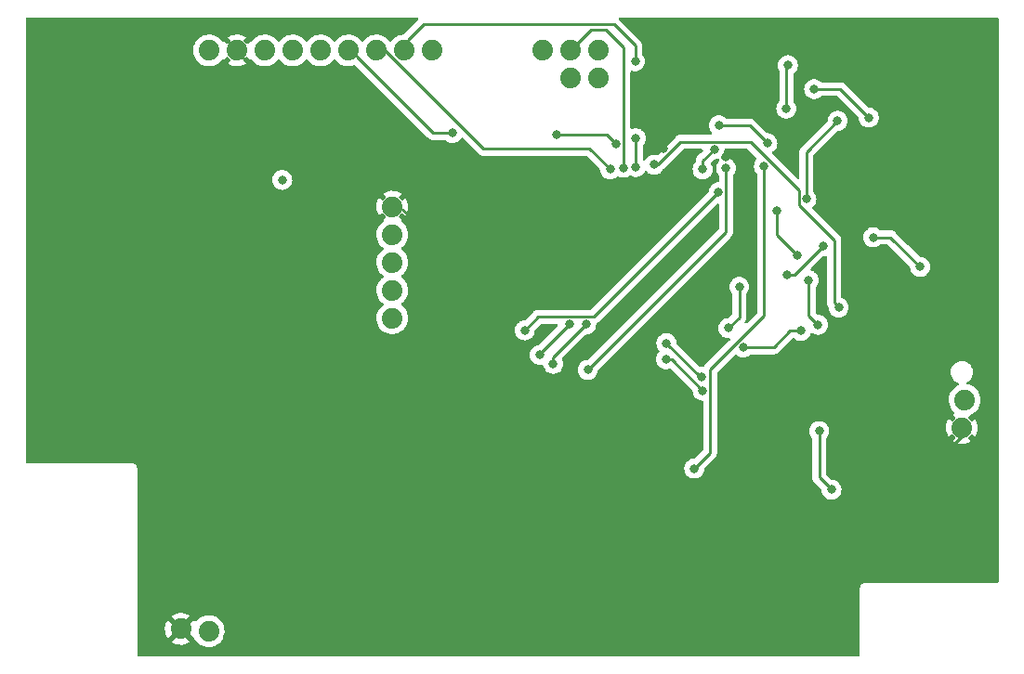
<source format=gbr>
%TF.GenerationSoftware,KiCad,Pcbnew,(6.0.7)*%
%TF.CreationDate,2023-02-01T00:47:53-08:00*%
%TF.ProjectId,SpresensePart2,53707265-7365-46e7-9365-50617274322e,rev?*%
%TF.SameCoordinates,Original*%
%TF.FileFunction,Copper,L2,Bot*%
%TF.FilePolarity,Positive*%
%FSLAX46Y46*%
G04 Gerber Fmt 4.6, Leading zero omitted, Abs format (unit mm)*
G04 Created by KiCad (PCBNEW (6.0.7)) date 2023-02-01 00:47:53*
%MOMM*%
%LPD*%
G01*
G04 APERTURE LIST*
%TA.AperFunction,ComponentPad*%
%ADD10C,1.879600*%
%TD*%
%TA.AperFunction,ViaPad*%
%ADD11C,0.800000*%
%TD*%
%TA.AperFunction,Conductor*%
%ADD12C,0.250000*%
%TD*%
G04 APERTURE END LIST*
D10*
%TO.P,J16,1,1*%
%TO.N,/VSOLAR*%
X120853200Y-149352000D03*
%TD*%
%TO.P,J7,1,1*%
%TO.N,+3V3*%
X120904000Y-96393000D03*
%TO.P,J7,2,2*%
%TO.N,GND*%
X123444000Y-96393000D03*
%TO.P,J7,3,3*%
%TO.N,/MOSI*%
X125984000Y-96393000D03*
%TO.P,J7,4,4*%
%TO.N,/SCK*%
X128524000Y-96393000D03*
%TO.P,J7,5,5*%
%TO.N,/MISO*%
X131064000Y-96393000D03*
%TO.P,J7,6,6*%
%TO.N,/PB23*%
X133604000Y-96393000D03*
%TO.P,J7,7,7*%
%TO.N,/PB22*%
X136144000Y-96393000D03*
%TO.P,J7,8,8*%
%TO.N,/PA20*%
X138684000Y-96393000D03*
%TO.P,J7,9,9*%
%TO.N,/PA22*%
X141224000Y-96393000D03*
%TD*%
%TO.P,J9,1,1*%
%TO.N,/PA17*%
X153860500Y-98945700D03*
%TO.P,J9,2,2*%
%TO.N,/PA16*%
X156400500Y-98945700D03*
%TD*%
%TO.P,J8,1,1*%
%TO.N,+3V3*%
X137591800Y-120802400D03*
%TO.P,J8,2,2*%
%TO.N,/CS*%
X137591800Y-118262400D03*
%TO.P,J8,3,3*%
%TO.N,/CLK*%
X137591800Y-115722400D03*
%TO.P,J8,4,4*%
%TO.N,/RST*%
X137591800Y-113182400D03*
%TO.P,J8,5,5*%
%TO.N,GND*%
X137591800Y-110642400D03*
%TD*%
%TO.P,J10,1,1*%
%TO.N,/PB17*%
X151320500Y-96393000D03*
%TO.P,J10,2,2*%
%TO.N,/PB16*%
X153860500Y-96393000D03*
%TO.P,J10,3,3*%
%TO.N,/PA19*%
X156400500Y-96393000D03*
%TD*%
%TO.P,J11,1,1*%
%TO.N,GND*%
X118313200Y-149148800D03*
%TD*%
%TO.P,J12,1,1*%
%TO.N,/VSOLAR*%
X189738000Y-128270000D03*
%TD*%
%TO.P,J15,1,1*%
%TO.N,GND*%
X189484000Y-130810000D03*
%TD*%
D11*
%TO.N,GND*%
X185521600Y-104140000D03*
X162255200Y-105359200D03*
X146964400Y-141274800D03*
X157886400Y-125018800D03*
X130454400Y-141020800D03*
X163271200Y-141274800D03*
X167995600Y-106070400D03*
X162306000Y-111302800D03*
X181457600Y-121005600D03*
X182067200Y-138938000D03*
X131927600Y-104952800D03*
%TO.N,/3V33*%
X177596800Y-136448800D03*
X176479200Y-131114800D03*
X172618400Y-111048800D03*
X174498000Y-115062000D03*
X176377600Y-121412000D03*
X175514000Y-117348000D03*
%TO.N,/SC3*%
X162509200Y-124561600D03*
X165862000Y-127406400D03*
%TO.N,/SD3*%
X162560000Y-123088400D03*
X165760400Y-126187200D03*
%TO.N,/PB23*%
X152552400Y-104038400D03*
X157937200Y-104902000D03*
X143052800Y-103936800D03*
%TO.N,/PB22*%
X157429200Y-107238800D03*
%TO.N,/PA20*%
X159766000Y-107035600D03*
X159766000Y-104394000D03*
X159715200Y-97383600D03*
%TO.N,/PA22*%
X167335200Y-103225600D03*
X171754800Y-104851200D03*
%TO.N,/PB16*%
X158648400Y-107086400D03*
%TO.N,+3V3*%
X185674000Y-116128800D03*
X127558800Y-108204000D03*
X173583600Y-116840000D03*
X176834800Y-114249200D03*
X173482000Y-101701600D03*
X181406800Y-113436400D03*
X173634400Y-97739200D03*
%TO.N,/SD2*%
X152247600Y-124968000D03*
X155248800Y-121377400D03*
%TO.N,/SC2*%
X153714700Y-121367300D03*
X151028400Y-124155200D03*
%TO.N,/SC5*%
X175310800Y-109931200D03*
X178155600Y-102819200D03*
X168204900Y-121722900D03*
X169207900Y-117957600D03*
%TO.N,/SC4*%
X174802800Y-121970800D03*
X169551100Y-123475500D03*
%TO.N,/3V34*%
X178257200Y-119837200D03*
X161442400Y-106809101D03*
%TO.N,/3V35*%
X181000400Y-102514400D03*
X165862000Y-107238800D03*
X176022000Y-99923600D03*
X166928800Y-105410000D03*
%TO.N,/3V32*%
X167318700Y-109321600D03*
X149656800Y-121920000D03*
%TO.N,/3V31*%
X167995600Y-107137200D03*
X155397200Y-125526800D03*
%TO.N,/3V30*%
X171450000Y-106934000D03*
X165100000Y-134518400D03*
%TD*%
D12*
%TO.N,/PA20*%
X157784800Y-94030800D02*
X140411200Y-94030800D01*
X159715200Y-95961200D02*
X157784800Y-94030800D01*
X140411200Y-94030800D02*
X139039600Y-95402400D01*
X139039600Y-95402400D02*
X139039600Y-95504000D01*
X159715200Y-97383600D02*
X159715200Y-95961200D01*
%TO.N,GND*%
X124104400Y-97129600D02*
X124002800Y-97129600D01*
X131927600Y-104952800D02*
X124104400Y-97129600D01*
X138887200Y-111302800D02*
X138480800Y-110896400D01*
X182155978Y-138938000D02*
X189584555Y-131509423D01*
X162306000Y-111302800D02*
X138887200Y-111302800D01*
X182067200Y-138938000D02*
X182155978Y-138938000D01*
%TO.N,/3V33*%
X175514000Y-120548400D02*
X175514000Y-117348000D01*
X176479200Y-135331200D02*
X176479200Y-131114800D01*
X172618400Y-113182400D02*
X172618400Y-111048800D01*
X177596800Y-136448800D02*
X176479200Y-135331200D01*
X176377600Y-121412000D02*
X175514000Y-120548400D01*
X174498000Y-115062000D02*
X172618400Y-113182400D01*
%TO.N,/SC3*%
X162509200Y-124561600D02*
X163017200Y-124561600D01*
X163017200Y-124561600D02*
X165862000Y-127406400D01*
%TO.N,/SD3*%
X165658800Y-126187200D02*
X165760400Y-126187200D01*
X162560000Y-123088400D02*
X165658800Y-126187200D01*
%TO.N,/PB23*%
X143052800Y-103936800D02*
X141325600Y-103936800D01*
X141325600Y-103936800D02*
X134366000Y-96977200D01*
X157937200Y-104902000D02*
X157124400Y-104089200D01*
X153314400Y-104089200D02*
X152603200Y-104089200D01*
X152603200Y-104089200D02*
X152552400Y-104038400D01*
X157124400Y-104089200D02*
X153314400Y-104089200D01*
%TO.N,/PB22*%
X155549600Y-105359200D02*
X145911776Y-105359200D01*
X145911776Y-105359200D02*
X136841630Y-96289054D01*
X157429200Y-107238800D02*
X155549600Y-105359200D01*
X136841630Y-96289054D02*
X136841630Y-96125161D01*
X136841630Y-96125161D02*
X136731744Y-96015275D01*
%TO.N,/PA20*%
X159766000Y-107035600D02*
X159766000Y-104394000D01*
%TO.N,/PA22*%
X170129200Y-103225600D02*
X167335200Y-103225600D01*
X171754800Y-104851200D02*
X170129200Y-103225600D01*
%TO.N,/PB16*%
X157022800Y-94488000D02*
X155695013Y-94488000D01*
X158648400Y-96113600D02*
X157022800Y-94488000D01*
X158648400Y-107086400D02*
X158648400Y-96113600D01*
X155695013Y-94488000D02*
X154318022Y-95864991D01*
%TO.N,+3V3*%
X173482000Y-101701600D02*
X173482000Y-97891600D01*
X182981600Y-113436400D02*
X185674000Y-116128800D01*
X173583600Y-116840000D02*
X174244000Y-116840000D01*
X174244000Y-116840000D02*
X176834800Y-114249200D01*
X173482000Y-97891600D02*
X173634400Y-97739200D01*
X181406800Y-113436400D02*
X182981600Y-113436400D01*
%TO.N,/SD2*%
X152247600Y-124378600D02*
X152247600Y-124968000D01*
X155248800Y-121377400D02*
X152247600Y-124378600D01*
%TO.N,/SC2*%
X151028400Y-124053600D02*
X151028400Y-124155200D01*
X153714700Y-121367300D02*
X151028400Y-124053600D01*
%TO.N,/SC5*%
X175310800Y-105664000D02*
X175310800Y-109931200D01*
X169207900Y-120719900D02*
X168204900Y-121722900D01*
X178155600Y-102819200D02*
X175310800Y-105664000D01*
X169207900Y-117957600D02*
X169207900Y-120719900D01*
%TO.N,/SC4*%
X173837600Y-121970800D02*
X172332900Y-123475500D01*
X174802800Y-121970800D02*
X173837600Y-121970800D01*
X172332900Y-123475500D02*
X169551100Y-123475500D01*
%TO.N,/3V34*%
X177850800Y-113690400D02*
X174633400Y-110473000D01*
X174633400Y-109152200D02*
X170213800Y-104732600D01*
X163847000Y-104732600D02*
X161770499Y-106809101D01*
X170213800Y-104732600D02*
X163847000Y-104732600D01*
X161770499Y-106809101D02*
X161442400Y-106809101D01*
X177850800Y-119430800D02*
X177850800Y-113690400D01*
X178257200Y-119837200D02*
X177850800Y-119430800D01*
X174633400Y-110473000D02*
X174633400Y-109152200D01*
%TO.N,/3V35*%
X176022000Y-99923600D02*
X178409600Y-99923600D01*
X165862000Y-107238800D02*
X165862000Y-106476800D01*
X165862000Y-106476800D02*
X166928800Y-105410000D01*
X178409600Y-99923600D02*
X181000400Y-102514400D01*
%TO.N,/3V32*%
X149656800Y-121920000D02*
X150886900Y-120689900D01*
X155950400Y-120689900D02*
X167318700Y-109321600D01*
X150886900Y-120689900D02*
X155950400Y-120689900D01*
%TO.N,/3V31*%
X155397200Y-125526800D02*
X167995600Y-112928400D01*
X167995600Y-112928400D02*
X167995600Y-107137200D01*
%TO.N,/3V30*%
X166539400Y-125529211D02*
X171450000Y-120618611D01*
X165100000Y-134518400D02*
X166539400Y-133079000D01*
X171450000Y-120618611D02*
X171450000Y-106934000D01*
X166539400Y-133079000D02*
X166539400Y-125529211D01*
%TD*%
%TA.AperFunction,Conductor*%
%TO.N,GND*%
G36*
X139924789Y-93403602D02*
G01*
X139971282Y-93457258D01*
X139981386Y-93527532D01*
X139953752Y-93589916D01*
X139945911Y-93599394D01*
X139937922Y-93608173D01*
X138647347Y-94898748D01*
X138639064Y-94906286D01*
X138632582Y-94910400D01*
X138627153Y-94916181D01*
X138623908Y-94918866D01*
X138562650Y-94946333D01*
X138347209Y-94979300D01*
X138120838Y-95053289D01*
X137909590Y-95163258D01*
X137905457Y-95166361D01*
X137905454Y-95166363D01*
X137837193Y-95217615D01*
X137719140Y-95306252D01*
X137715568Y-95309990D01*
X137578513Y-95453410D01*
X137554602Y-95478431D01*
X137520936Y-95527784D01*
X137519186Y-95530349D01*
X137464274Y-95575351D01*
X137393749Y-95583522D01*
X137330002Y-95552267D01*
X137309306Y-95527784D01*
X137298217Y-95510642D01*
X137298212Y-95510636D01*
X137295406Y-95506298D01*
X137285947Y-95495902D01*
X137244358Y-95450197D01*
X137135124Y-95330150D01*
X137131073Y-95326951D01*
X137131069Y-95326947D01*
X136952278Y-95185747D01*
X136952273Y-95185744D01*
X136948224Y-95182546D01*
X136943708Y-95180053D01*
X136943705Y-95180051D01*
X136744250Y-95069946D01*
X136744246Y-95069944D01*
X136739726Y-95067449D01*
X136734857Y-95065725D01*
X136734853Y-95065723D01*
X136520105Y-94989676D01*
X136520101Y-94989675D01*
X136515230Y-94987950D01*
X136510140Y-94987043D01*
X136510135Y-94987042D01*
X136382814Y-94964364D01*
X136280764Y-94946186D01*
X136191637Y-94945097D01*
X136047795Y-94943339D01*
X136047793Y-94943339D01*
X136042625Y-94943276D01*
X135807209Y-94979300D01*
X135580838Y-95053289D01*
X135369590Y-95163258D01*
X135365457Y-95166361D01*
X135365454Y-95166363D01*
X135297193Y-95217615D01*
X135179140Y-95306252D01*
X135175568Y-95309990D01*
X135038513Y-95453410D01*
X135014602Y-95478431D01*
X134980936Y-95527784D01*
X134979186Y-95530349D01*
X134924274Y-95575351D01*
X134853749Y-95583522D01*
X134790002Y-95552267D01*
X134769306Y-95527784D01*
X134758217Y-95510642D01*
X134758212Y-95510636D01*
X134755406Y-95506298D01*
X134745947Y-95495902D01*
X134704358Y-95450197D01*
X134595124Y-95330150D01*
X134591073Y-95326951D01*
X134591069Y-95326947D01*
X134412278Y-95185747D01*
X134412273Y-95185744D01*
X134408224Y-95182546D01*
X134403708Y-95180053D01*
X134403705Y-95180051D01*
X134204250Y-95069946D01*
X134204246Y-95069944D01*
X134199726Y-95067449D01*
X134194857Y-95065725D01*
X134194853Y-95065723D01*
X133980105Y-94989676D01*
X133980101Y-94989675D01*
X133975230Y-94987950D01*
X133970140Y-94987043D01*
X133970135Y-94987042D01*
X133842814Y-94964364D01*
X133740764Y-94946186D01*
X133651637Y-94945097D01*
X133507795Y-94943339D01*
X133507793Y-94943339D01*
X133502625Y-94943276D01*
X133267209Y-94979300D01*
X133040838Y-95053289D01*
X132829590Y-95163258D01*
X132825457Y-95166361D01*
X132825454Y-95166363D01*
X132757193Y-95217615D01*
X132639140Y-95306252D01*
X132635568Y-95309990D01*
X132498513Y-95453410D01*
X132474602Y-95478431D01*
X132440936Y-95527784D01*
X132439186Y-95530349D01*
X132384274Y-95575351D01*
X132313749Y-95583522D01*
X132250002Y-95552267D01*
X132229306Y-95527784D01*
X132218217Y-95510642D01*
X132218212Y-95510636D01*
X132215406Y-95506298D01*
X132205947Y-95495902D01*
X132164358Y-95450197D01*
X132055124Y-95330150D01*
X132051073Y-95326951D01*
X132051069Y-95326947D01*
X131872278Y-95185747D01*
X131872273Y-95185744D01*
X131868224Y-95182546D01*
X131863708Y-95180053D01*
X131863705Y-95180051D01*
X131664250Y-95069946D01*
X131664246Y-95069944D01*
X131659726Y-95067449D01*
X131654857Y-95065725D01*
X131654853Y-95065723D01*
X131440105Y-94989676D01*
X131440101Y-94989675D01*
X131435230Y-94987950D01*
X131430140Y-94987043D01*
X131430135Y-94987042D01*
X131302814Y-94964364D01*
X131200764Y-94946186D01*
X131111637Y-94945097D01*
X130967795Y-94943339D01*
X130967793Y-94943339D01*
X130962625Y-94943276D01*
X130727209Y-94979300D01*
X130500838Y-95053289D01*
X130289590Y-95163258D01*
X130285457Y-95166361D01*
X130285454Y-95166363D01*
X130217193Y-95217615D01*
X130099140Y-95306252D01*
X130095568Y-95309990D01*
X129958513Y-95453410D01*
X129934602Y-95478431D01*
X129900936Y-95527784D01*
X129899186Y-95530349D01*
X129844274Y-95575351D01*
X129773749Y-95583522D01*
X129710002Y-95552267D01*
X129689306Y-95527784D01*
X129678217Y-95510642D01*
X129678212Y-95510636D01*
X129675406Y-95506298D01*
X129665947Y-95495902D01*
X129624358Y-95450197D01*
X129515124Y-95330150D01*
X129511073Y-95326951D01*
X129511069Y-95326947D01*
X129332278Y-95185747D01*
X129332273Y-95185744D01*
X129328224Y-95182546D01*
X129323708Y-95180053D01*
X129323705Y-95180051D01*
X129124250Y-95069946D01*
X129124246Y-95069944D01*
X129119726Y-95067449D01*
X129114857Y-95065725D01*
X129114853Y-95065723D01*
X128900105Y-94989676D01*
X128900101Y-94989675D01*
X128895230Y-94987950D01*
X128890140Y-94987043D01*
X128890135Y-94987042D01*
X128762814Y-94964364D01*
X128660764Y-94946186D01*
X128571637Y-94945097D01*
X128427795Y-94943339D01*
X128427793Y-94943339D01*
X128422625Y-94943276D01*
X128187209Y-94979300D01*
X127960838Y-95053289D01*
X127749590Y-95163258D01*
X127745457Y-95166361D01*
X127745454Y-95166363D01*
X127677193Y-95217615D01*
X127559140Y-95306252D01*
X127555568Y-95309990D01*
X127418513Y-95453410D01*
X127394602Y-95478431D01*
X127360936Y-95527784D01*
X127359186Y-95530349D01*
X127304274Y-95575351D01*
X127233749Y-95583522D01*
X127170002Y-95552267D01*
X127149306Y-95527784D01*
X127138217Y-95510642D01*
X127138212Y-95510636D01*
X127135406Y-95506298D01*
X127125947Y-95495902D01*
X127084358Y-95450197D01*
X126975124Y-95330150D01*
X126971073Y-95326951D01*
X126971069Y-95326947D01*
X126792278Y-95185747D01*
X126792273Y-95185744D01*
X126788224Y-95182546D01*
X126783708Y-95180053D01*
X126783705Y-95180051D01*
X126584250Y-95069946D01*
X126584246Y-95069944D01*
X126579726Y-95067449D01*
X126574857Y-95065725D01*
X126574853Y-95065723D01*
X126360105Y-94989676D01*
X126360101Y-94989675D01*
X126355230Y-94987950D01*
X126350140Y-94987043D01*
X126350135Y-94987042D01*
X126222814Y-94964364D01*
X126120764Y-94946186D01*
X126031637Y-94945097D01*
X125887795Y-94943339D01*
X125887793Y-94943339D01*
X125882625Y-94943276D01*
X125647209Y-94979300D01*
X125420838Y-95053289D01*
X125209590Y-95163258D01*
X125205457Y-95166361D01*
X125205454Y-95166363D01*
X125137193Y-95217615D01*
X125019140Y-95306252D01*
X125015568Y-95309990D01*
X124878513Y-95453410D01*
X124854602Y-95478431D01*
X124812064Y-95540790D01*
X124757155Y-95585790D01*
X124686631Y-95593961D01*
X124634940Y-95569588D01*
X124632940Y-95569307D01*
X124621753Y-95574457D01*
X124420783Y-95775427D01*
X124358471Y-95809453D01*
X124287656Y-95804388D01*
X124234045Y-95765968D01*
X124166960Y-95683713D01*
X124166957Y-95683710D01*
X124163065Y-95678938D01*
X124153341Y-95670893D01*
X124124659Y-95647166D01*
X124070437Y-95602309D01*
X124030700Y-95543478D01*
X124029077Y-95472500D01*
X124061658Y-95416131D01*
X124261327Y-95216462D01*
X124268348Y-95203606D01*
X124260575Y-95192938D01*
X124252004Y-95186169D01*
X124243417Y-95180464D01*
X124044055Y-95070410D01*
X124034643Y-95066180D01*
X123819971Y-94990160D01*
X123810014Y-94987530D01*
X123585805Y-94947591D01*
X123575554Y-94946622D01*
X123347830Y-94943840D01*
X123337546Y-94944560D01*
X123112437Y-94979006D01*
X123102410Y-94981395D01*
X122885951Y-95052144D01*
X122876442Y-95056141D01*
X122674451Y-95161292D01*
X122665716Y-95166793D01*
X122629535Y-95193958D01*
X122621081Y-95205285D01*
X122627826Y-95217615D01*
X122826475Y-95416264D01*
X122860501Y-95478576D01*
X122855436Y-95549391D01*
X122816332Y-95603555D01*
X122734975Y-95668968D01*
X122652619Y-95767116D01*
X122593513Y-95806440D01*
X122522526Y-95807566D01*
X122467006Y-95775217D01*
X122269224Y-95577435D01*
X122256801Y-95570651D01*
X122193902Y-95595700D01*
X122124213Y-95582137D01*
X122076361Y-95538690D01*
X122058213Y-95510637D01*
X122055406Y-95506298D01*
X122045947Y-95495902D01*
X122004358Y-95450197D01*
X121895124Y-95330150D01*
X121891073Y-95326951D01*
X121891069Y-95326947D01*
X121712278Y-95185747D01*
X121712273Y-95185744D01*
X121708224Y-95182546D01*
X121703708Y-95180053D01*
X121703705Y-95180051D01*
X121504250Y-95069946D01*
X121504246Y-95069944D01*
X121499726Y-95067449D01*
X121494857Y-95065725D01*
X121494853Y-95065723D01*
X121280105Y-94989676D01*
X121280101Y-94989675D01*
X121275230Y-94987950D01*
X121270140Y-94987043D01*
X121270135Y-94987042D01*
X121142814Y-94964364D01*
X121040764Y-94946186D01*
X120951637Y-94945097D01*
X120807795Y-94943339D01*
X120807793Y-94943339D01*
X120802625Y-94943276D01*
X120567209Y-94979300D01*
X120340838Y-95053289D01*
X120129590Y-95163258D01*
X120125457Y-95166361D01*
X120125454Y-95166363D01*
X120057193Y-95217615D01*
X119939140Y-95306252D01*
X119935568Y-95309990D01*
X119798513Y-95453410D01*
X119774602Y-95478431D01*
X119771693Y-95482696D01*
X119771687Y-95482704D01*
X119739186Y-95530349D01*
X119640394Y-95675172D01*
X119590258Y-95783181D01*
X119553992Y-95861311D01*
X119540122Y-95891191D01*
X119476477Y-96120685D01*
X119475928Y-96125819D01*
X119475928Y-96125821D01*
X119470449Y-96177089D01*
X119451170Y-96357494D01*
X119451467Y-96362646D01*
X119451467Y-96362650D01*
X119457502Y-96467313D01*
X119464879Y-96595255D01*
X119466016Y-96600301D01*
X119466017Y-96600307D01*
X119495119Y-96729442D01*
X119517237Y-96827585D01*
X119519179Y-96832367D01*
X119519180Y-96832371D01*
X119604893Y-97043457D01*
X119606837Y-97048244D01*
X119609536Y-97052648D01*
X119726676Y-97243802D01*
X119731274Y-97251306D01*
X119887204Y-97431317D01*
X120070442Y-97583444D01*
X120074894Y-97586046D01*
X120074899Y-97586049D01*
X120248109Y-97687265D01*
X120276065Y-97703601D01*
X120498552Y-97788560D01*
X120503618Y-97789591D01*
X120503619Y-97789591D01*
X120557956Y-97800646D01*
X120731928Y-97836041D01*
X120866121Y-97840962D01*
X120964760Y-97844579D01*
X120964764Y-97844579D01*
X120969924Y-97844768D01*
X120975044Y-97844112D01*
X120975046Y-97844112D01*
X121201023Y-97815164D01*
X121201024Y-97815164D01*
X121206151Y-97814507D01*
X121290803Y-97789110D01*
X121429316Y-97747554D01*
X121429317Y-97747553D01*
X121434262Y-97746070D01*
X121648133Y-97641295D01*
X121652336Y-97638297D01*
X121652341Y-97638294D01*
X121837816Y-97505996D01*
X121837818Y-97505994D01*
X121842020Y-97502997D01*
X122010716Y-97334889D01*
X122013732Y-97330692D01*
X122013739Y-97330684D01*
X122076170Y-97243802D01*
X122132164Y-97200154D01*
X122202868Y-97193708D01*
X122249626Y-97217169D01*
X122253976Y-97217890D01*
X122264387Y-97213402D01*
X122467272Y-97010518D01*
X122529584Y-96976493D01*
X122600400Y-96981558D01*
X122655113Y-97021350D01*
X122682934Y-97056451D01*
X122715035Y-97096953D01*
X122818620Y-97185110D01*
X122857532Y-97244491D01*
X122858163Y-97315485D01*
X122826052Y-97370158D01*
X122625083Y-97571128D01*
X122618326Y-97583503D01*
X122623607Y-97590558D01*
X122811821Y-97700541D01*
X122821108Y-97704991D01*
X123033861Y-97786233D01*
X123043763Y-97789110D01*
X123266911Y-97834510D01*
X123277163Y-97835733D01*
X123504738Y-97844077D01*
X123515024Y-97843610D01*
X123740915Y-97814673D01*
X123751001Y-97812530D01*
X123969128Y-97747088D01*
X123978723Y-97743328D01*
X124183237Y-97643137D01*
X124192083Y-97637863D01*
X124257631Y-97591108D01*
X124266032Y-97580408D01*
X124259044Y-97567255D01*
X124061549Y-97369760D01*
X124027523Y-97307448D01*
X124032588Y-97236633D01*
X124073071Y-97181376D01*
X124137991Y-97130655D01*
X124142847Y-97126861D01*
X124236888Y-97017913D01*
X124296538Y-96979418D01*
X124367535Y-96979282D01*
X124421362Y-97011151D01*
X124618822Y-97208611D01*
X124632097Y-97215860D01*
X124694007Y-97192078D01*
X124763525Y-97206491D01*
X124805899Y-97243245D01*
X124808574Y-97246899D01*
X124811274Y-97251306D01*
X124967204Y-97431317D01*
X125150442Y-97583444D01*
X125154894Y-97586046D01*
X125154899Y-97586049D01*
X125328109Y-97687265D01*
X125356065Y-97703601D01*
X125578552Y-97788560D01*
X125583618Y-97789591D01*
X125583619Y-97789591D01*
X125637956Y-97800646D01*
X125811928Y-97836041D01*
X125946121Y-97840962D01*
X126044760Y-97844579D01*
X126044764Y-97844579D01*
X126049924Y-97844768D01*
X126055044Y-97844112D01*
X126055046Y-97844112D01*
X126281023Y-97815164D01*
X126281024Y-97815164D01*
X126286151Y-97814507D01*
X126370803Y-97789110D01*
X126509316Y-97747554D01*
X126509317Y-97747553D01*
X126514262Y-97746070D01*
X126728133Y-97641295D01*
X126732336Y-97638297D01*
X126732341Y-97638294D01*
X126917816Y-97505996D01*
X126917818Y-97505994D01*
X126922020Y-97502997D01*
X127090716Y-97334889D01*
X127148979Y-97253807D01*
X127204972Y-97210160D01*
X127275676Y-97203714D01*
X127338640Y-97236516D01*
X127350582Y-97250176D01*
X127351274Y-97251306D01*
X127507204Y-97431317D01*
X127690442Y-97583444D01*
X127694894Y-97586046D01*
X127694899Y-97586049D01*
X127868109Y-97687265D01*
X127896065Y-97703601D01*
X128118552Y-97788560D01*
X128123618Y-97789591D01*
X128123619Y-97789591D01*
X128177956Y-97800646D01*
X128351928Y-97836041D01*
X128486121Y-97840962D01*
X128584760Y-97844579D01*
X128584764Y-97844579D01*
X128589924Y-97844768D01*
X128595044Y-97844112D01*
X128595046Y-97844112D01*
X128821023Y-97815164D01*
X128821024Y-97815164D01*
X128826151Y-97814507D01*
X128910803Y-97789110D01*
X129049316Y-97747554D01*
X129049317Y-97747553D01*
X129054262Y-97746070D01*
X129268133Y-97641295D01*
X129272336Y-97638297D01*
X129272341Y-97638294D01*
X129457816Y-97505996D01*
X129457818Y-97505994D01*
X129462020Y-97502997D01*
X129630716Y-97334889D01*
X129688979Y-97253807D01*
X129744972Y-97210160D01*
X129815676Y-97203714D01*
X129878640Y-97236516D01*
X129890582Y-97250176D01*
X129891274Y-97251306D01*
X130047204Y-97431317D01*
X130230442Y-97583444D01*
X130234894Y-97586046D01*
X130234899Y-97586049D01*
X130408109Y-97687265D01*
X130436065Y-97703601D01*
X130658552Y-97788560D01*
X130663618Y-97789591D01*
X130663619Y-97789591D01*
X130717956Y-97800646D01*
X130891928Y-97836041D01*
X131026121Y-97840962D01*
X131124760Y-97844579D01*
X131124764Y-97844579D01*
X131129924Y-97844768D01*
X131135044Y-97844112D01*
X131135046Y-97844112D01*
X131361023Y-97815164D01*
X131361024Y-97815164D01*
X131366151Y-97814507D01*
X131450803Y-97789110D01*
X131589316Y-97747554D01*
X131589317Y-97747553D01*
X131594262Y-97746070D01*
X131808133Y-97641295D01*
X131812336Y-97638297D01*
X131812341Y-97638294D01*
X131997816Y-97505996D01*
X131997818Y-97505994D01*
X132002020Y-97502997D01*
X132170716Y-97334889D01*
X132228979Y-97253807D01*
X132284972Y-97210160D01*
X132355676Y-97203714D01*
X132418640Y-97236516D01*
X132430582Y-97250176D01*
X132431274Y-97251306D01*
X132587204Y-97431317D01*
X132770442Y-97583444D01*
X132774894Y-97586046D01*
X132774899Y-97586049D01*
X132948109Y-97687265D01*
X132976065Y-97703601D01*
X133198552Y-97788560D01*
X133203618Y-97789591D01*
X133203619Y-97789591D01*
X133257956Y-97800646D01*
X133431928Y-97836041D01*
X133566121Y-97840962D01*
X133664760Y-97844579D01*
X133664764Y-97844579D01*
X133669924Y-97844768D01*
X133675044Y-97844112D01*
X133675046Y-97844112D01*
X133901023Y-97815164D01*
X133901024Y-97815164D01*
X133906151Y-97814507D01*
X134134262Y-97746070D01*
X134134295Y-97746181D01*
X134203112Y-97740115D01*
X134267462Y-97774566D01*
X140821943Y-104329047D01*
X140829487Y-104337337D01*
X140833600Y-104343818D01*
X140839377Y-104349243D01*
X140883267Y-104390458D01*
X140886109Y-104393213D01*
X140905831Y-104412935D01*
X140908973Y-104415372D01*
X140909033Y-104415419D01*
X140918045Y-104423117D01*
X140943636Y-104447147D01*
X140950279Y-104453386D01*
X140957222Y-104457203D01*
X140968031Y-104463145D01*
X140984553Y-104473998D01*
X141000559Y-104486414D01*
X141007837Y-104489564D01*
X141007838Y-104489564D01*
X141041137Y-104503974D01*
X141051787Y-104509191D01*
X141090540Y-104530495D01*
X141098215Y-104532466D01*
X141098216Y-104532466D01*
X141110162Y-104535533D01*
X141128867Y-104541937D01*
X141147455Y-104549981D01*
X141155278Y-104551220D01*
X141155288Y-104551223D01*
X141191124Y-104556899D01*
X141202744Y-104559305D01*
X141237889Y-104568328D01*
X141245570Y-104570300D01*
X141265824Y-104570300D01*
X141285534Y-104571851D01*
X141305543Y-104575020D01*
X141313435Y-104574274D01*
X141349561Y-104570859D01*
X141361419Y-104570300D01*
X142344600Y-104570300D01*
X142412721Y-104590302D01*
X142431947Y-104606643D01*
X142432220Y-104606340D01*
X142437132Y-104610763D01*
X142441547Y-104615666D01*
X142596048Y-104727918D01*
X142602076Y-104730602D01*
X142602078Y-104730603D01*
X142734739Y-104789667D01*
X142770512Y-104805594D01*
X142863912Y-104825447D01*
X142950856Y-104843928D01*
X142950861Y-104843928D01*
X142957313Y-104845300D01*
X143148287Y-104845300D01*
X143154739Y-104843928D01*
X143154744Y-104843928D01*
X143241687Y-104825447D01*
X143335088Y-104805594D01*
X143370861Y-104789667D01*
X143503522Y-104730603D01*
X143503524Y-104730602D01*
X143509552Y-104727918D01*
X143664053Y-104615666D01*
X143700651Y-104575020D01*
X143787421Y-104478652D01*
X143787422Y-104478651D01*
X143791840Y-104473744D01*
X143833665Y-104401301D01*
X143885048Y-104352308D01*
X143954762Y-104338873D01*
X144020673Y-104365260D01*
X144031879Y-104375207D01*
X145408119Y-105751447D01*
X145415663Y-105759737D01*
X145419776Y-105766218D01*
X145425553Y-105771643D01*
X145469443Y-105812858D01*
X145472285Y-105815613D01*
X145492006Y-105835334D01*
X145495201Y-105837812D01*
X145504223Y-105845518D01*
X145536455Y-105875786D01*
X145543404Y-105879606D01*
X145554208Y-105885546D01*
X145570732Y-105896399D01*
X145586735Y-105908813D01*
X145627319Y-105926376D01*
X145637949Y-105931583D01*
X145676716Y-105952895D01*
X145684393Y-105954866D01*
X145684398Y-105954868D01*
X145696334Y-105957932D01*
X145715042Y-105964337D01*
X145733631Y-105972381D01*
X145741456Y-105973620D01*
X145741458Y-105973621D01*
X145777295Y-105979297D01*
X145788916Y-105981704D01*
X145824065Y-105990728D01*
X145831746Y-105992700D01*
X145852007Y-105992700D01*
X145871716Y-105994251D01*
X145891719Y-105997419D01*
X145899611Y-105996673D01*
X145904838Y-105996179D01*
X145935730Y-105993259D01*
X145947587Y-105992700D01*
X155235006Y-105992700D01*
X155303127Y-106012702D01*
X155324101Y-106029605D01*
X156482078Y-107187583D01*
X156516104Y-107249895D01*
X156518293Y-107263508D01*
X156533993Y-107412882D01*
X156535658Y-107428728D01*
X156594673Y-107610356D01*
X156690160Y-107775744D01*
X156694578Y-107780651D01*
X156694579Y-107780652D01*
X156782402Y-107878189D01*
X156817947Y-107917666D01*
X156972448Y-108029918D01*
X156978476Y-108032602D01*
X156978478Y-108032603D01*
X157096389Y-108085100D01*
X157146912Y-108107594D01*
X157240313Y-108127447D01*
X157327256Y-108145928D01*
X157327261Y-108145928D01*
X157333713Y-108147300D01*
X157524687Y-108147300D01*
X157531139Y-108145928D01*
X157531144Y-108145928D01*
X157618088Y-108127447D01*
X157711488Y-108107594D01*
X157762011Y-108085100D01*
X157879922Y-108032603D01*
X157879924Y-108032602D01*
X157885952Y-108029918D01*
X157936039Y-107993528D01*
X158018871Y-107933346D01*
X158040453Y-107917666D01*
X158044868Y-107912763D01*
X158044871Y-107912760D01*
X158048273Y-107908982D01*
X158108720Y-107871745D01*
X158179704Y-107873099D01*
X158193155Y-107878189D01*
X158338113Y-107942728D01*
X158366112Y-107955194D01*
X158459512Y-107975047D01*
X158546456Y-107993528D01*
X158546461Y-107993528D01*
X158552913Y-107994900D01*
X158743887Y-107994900D01*
X158750339Y-107993528D01*
X158750344Y-107993528D01*
X158837288Y-107975047D01*
X158930688Y-107955194D01*
X158955606Y-107944100D01*
X159099122Y-107880203D01*
X159099124Y-107880202D01*
X159105152Y-107877518D01*
X159168896Y-107831205D01*
X159235763Y-107807347D01*
X159305331Y-107823872D01*
X159309248Y-107826718D01*
X159483712Y-107904394D01*
X159577112Y-107924247D01*
X159664056Y-107942728D01*
X159664061Y-107942728D01*
X159670513Y-107944100D01*
X159861487Y-107944100D01*
X159867939Y-107942728D01*
X159867944Y-107942728D01*
X159954888Y-107924247D01*
X160048288Y-107904394D01*
X160054319Y-107901709D01*
X160216722Y-107829403D01*
X160216724Y-107829402D01*
X160222752Y-107826718D01*
X160232796Y-107819421D01*
X160298611Y-107771603D01*
X160377253Y-107714466D01*
X160408946Y-107679267D01*
X160500621Y-107577452D01*
X160500622Y-107577451D01*
X160505040Y-107572544D01*
X160575489Y-107450523D01*
X160626872Y-107401530D01*
X160696585Y-107388094D01*
X160762496Y-107414480D01*
X160778243Y-107429211D01*
X160831147Y-107487967D01*
X160882303Y-107525134D01*
X160969048Y-107588158D01*
X160985648Y-107600219D01*
X160991676Y-107602903D01*
X160991678Y-107602904D01*
X161124743Y-107662148D01*
X161160112Y-107677895D01*
X161253512Y-107697748D01*
X161340456Y-107716229D01*
X161340461Y-107716229D01*
X161346913Y-107717601D01*
X161537887Y-107717601D01*
X161544339Y-107716229D01*
X161544344Y-107716229D01*
X161631288Y-107697748D01*
X161724688Y-107677895D01*
X161760057Y-107662148D01*
X161893122Y-107602904D01*
X161893124Y-107602903D01*
X161899152Y-107600219D01*
X161915753Y-107588158D01*
X162002497Y-107525134D01*
X162053653Y-107487967D01*
X162123677Y-107410197D01*
X162177021Y-107350953D01*
X162177022Y-107350952D01*
X162181440Y-107346045D01*
X162244155Y-107237420D01*
X162264179Y-107211325D01*
X164072500Y-105403005D01*
X164134812Y-105368979D01*
X164161595Y-105366100D01*
X165772605Y-105366100D01*
X165840726Y-105386102D01*
X165887219Y-105439758D01*
X165897323Y-105510032D01*
X165867829Y-105574612D01*
X165861704Y-105581192D01*
X165661339Y-105781556D01*
X165469742Y-105973153D01*
X165461463Y-105980687D01*
X165454982Y-105984800D01*
X165420177Y-106021864D01*
X165408357Y-106034451D01*
X165405602Y-106037293D01*
X165385865Y-106057030D01*
X165383385Y-106060227D01*
X165375682Y-106069247D01*
X165345414Y-106101479D01*
X165341595Y-106108425D01*
X165341593Y-106108428D01*
X165335652Y-106119234D01*
X165324801Y-106135753D01*
X165312386Y-106151759D01*
X165309241Y-106159028D01*
X165309238Y-106159032D01*
X165294826Y-106192337D01*
X165289609Y-106202987D01*
X165268305Y-106241740D01*
X165266334Y-106249415D01*
X165266334Y-106249416D01*
X165263267Y-106261362D01*
X165256863Y-106280066D01*
X165248819Y-106298655D01*
X165247580Y-106306478D01*
X165247577Y-106306488D01*
X165241901Y-106342324D01*
X165239495Y-106353944D01*
X165234682Y-106372691D01*
X165228500Y-106396770D01*
X165228500Y-106417024D01*
X165226949Y-106436734D01*
X165223780Y-106456743D01*
X165224526Y-106464635D01*
X165227941Y-106500761D01*
X165228500Y-106512619D01*
X165228500Y-106536276D01*
X165208498Y-106604397D01*
X165196142Y-106620579D01*
X165122960Y-106701856D01*
X165027473Y-106867244D01*
X164968458Y-107048872D01*
X164967768Y-107055433D01*
X164967768Y-107055435D01*
X164959864Y-107130635D01*
X164948496Y-107238800D01*
X164949186Y-107245365D01*
X164966793Y-107412882D01*
X164968458Y-107428728D01*
X165027473Y-107610356D01*
X165122960Y-107775744D01*
X165127378Y-107780651D01*
X165127379Y-107780652D01*
X165215202Y-107878189D01*
X165250747Y-107917666D01*
X165405248Y-108029918D01*
X165411276Y-108032602D01*
X165411278Y-108032603D01*
X165529189Y-108085100D01*
X165579712Y-108107594D01*
X165673113Y-108127447D01*
X165760056Y-108145928D01*
X165760061Y-108145928D01*
X165766513Y-108147300D01*
X165957487Y-108147300D01*
X165963939Y-108145928D01*
X165963944Y-108145928D01*
X166050888Y-108127447D01*
X166144288Y-108107594D01*
X166194811Y-108085100D01*
X166312722Y-108032603D01*
X166312724Y-108032602D01*
X166318752Y-108029918D01*
X166473253Y-107917666D01*
X166508798Y-107878189D01*
X166596621Y-107780652D01*
X166596622Y-107780651D01*
X166601040Y-107775744D01*
X166696527Y-107610356D01*
X166755542Y-107428728D01*
X166757208Y-107412882D01*
X166774814Y-107245365D01*
X166775504Y-107238800D01*
X166764136Y-107130635D01*
X166756232Y-107055435D01*
X166756232Y-107055433D01*
X166755542Y-107048872D01*
X166696527Y-106867244D01*
X166629203Y-106750635D01*
X166624422Y-106742354D01*
X166607684Y-106673358D01*
X166630905Y-106606267D01*
X166644446Y-106590258D01*
X166879301Y-106355404D01*
X166941613Y-106321379D01*
X166968396Y-106318500D01*
X167024287Y-106318500D01*
X167030739Y-106317128D01*
X167030744Y-106317128D01*
X167117687Y-106298647D01*
X167211088Y-106278794D01*
X167217115Y-106276111D01*
X167217123Y-106276108D01*
X167228574Y-106271009D01*
X167298940Y-106261574D01*
X167363238Y-106291679D01*
X167401052Y-106351768D01*
X167400377Y-106422761D01*
X167373460Y-106470425D01*
X167314168Y-106536276D01*
X167256560Y-106600256D01*
X167200732Y-106696953D01*
X167173528Y-106744072D01*
X167161073Y-106765644D01*
X167102058Y-106947272D01*
X167101368Y-106953833D01*
X167101368Y-106953835D01*
X167090690Y-107055435D01*
X167082096Y-107137200D01*
X167082786Y-107143765D01*
X167094381Y-107254081D01*
X167102058Y-107327128D01*
X167161073Y-107508756D01*
X167164376Y-107514478D01*
X167164377Y-107514479D01*
X167186163Y-107552213D01*
X167256560Y-107674144D01*
X167329737Y-107755415D01*
X167360453Y-107819421D01*
X167362100Y-107839724D01*
X167362100Y-108287100D01*
X167342098Y-108355221D01*
X167288442Y-108401714D01*
X167236100Y-108413100D01*
X167223213Y-108413100D01*
X167216761Y-108414472D01*
X167216756Y-108414472D01*
X167129813Y-108432953D01*
X167036412Y-108452806D01*
X167030382Y-108455491D01*
X167030381Y-108455491D01*
X166867978Y-108527797D01*
X166867976Y-108527798D01*
X166861948Y-108530482D01*
X166707447Y-108642734D01*
X166579660Y-108784656D01*
X166484173Y-108950044D01*
X166425158Y-109131672D01*
X166424468Y-109138233D01*
X166424468Y-109138235D01*
X166407793Y-109296893D01*
X166380780Y-109362550D01*
X166371578Y-109372818D01*
X155724900Y-120019495D01*
X155662588Y-120053521D01*
X155635805Y-120056400D01*
X150965667Y-120056400D01*
X150954484Y-120055873D01*
X150946991Y-120054198D01*
X150939065Y-120054447D01*
X150939064Y-120054447D01*
X150878914Y-120056338D01*
X150874955Y-120056400D01*
X150847044Y-120056400D01*
X150843110Y-120056897D01*
X150843109Y-120056897D01*
X150843044Y-120056905D01*
X150831207Y-120057838D01*
X150799390Y-120058838D01*
X150794929Y-120058978D01*
X150787010Y-120059227D01*
X150769354Y-120064356D01*
X150767558Y-120064878D01*
X150748206Y-120068886D01*
X150741135Y-120069780D01*
X150728103Y-120071426D01*
X150720734Y-120074343D01*
X150720732Y-120074344D01*
X150686997Y-120087700D01*
X150675769Y-120091545D01*
X150633307Y-120103882D01*
X150626484Y-120107917D01*
X150626482Y-120107918D01*
X150615872Y-120114193D01*
X150598124Y-120122888D01*
X150579283Y-120130348D01*
X150572867Y-120135010D01*
X150572866Y-120135010D01*
X150543513Y-120156336D01*
X150533593Y-120162852D01*
X150502365Y-120181320D01*
X150502362Y-120181322D01*
X150495538Y-120185358D01*
X150481217Y-120199679D01*
X150466184Y-120212519D01*
X150449793Y-120224428D01*
X150444743Y-120230532D01*
X150444738Y-120230537D01*
X150421607Y-120258498D01*
X150413617Y-120267279D01*
X149706299Y-120974596D01*
X149643987Y-121008621D01*
X149617204Y-121011500D01*
X149561313Y-121011500D01*
X149554861Y-121012872D01*
X149554856Y-121012872D01*
X149471968Y-121030491D01*
X149374512Y-121051206D01*
X149368482Y-121053891D01*
X149368481Y-121053891D01*
X149206078Y-121126197D01*
X149206076Y-121126198D01*
X149200048Y-121128882D01*
X149194707Y-121132762D01*
X149194706Y-121132763D01*
X149171992Y-121149266D01*
X149045547Y-121241134D01*
X149041126Y-121246044D01*
X149041125Y-121246045D01*
X148940655Y-121357629D01*
X148917760Y-121383056D01*
X148901049Y-121412000D01*
X148827417Y-121539535D01*
X148822273Y-121548444D01*
X148763258Y-121730072D01*
X148762568Y-121736633D01*
X148762568Y-121736635D01*
X148751629Y-121840717D01*
X148743296Y-121920000D01*
X148743986Y-121926565D01*
X148761663Y-122094749D01*
X148763258Y-122109928D01*
X148822273Y-122291556D01*
X148825576Y-122297278D01*
X148825577Y-122297279D01*
X148851602Y-122342356D01*
X148917760Y-122456944D01*
X148922178Y-122461851D01*
X148922179Y-122461852D01*
X148971291Y-122516396D01*
X149045547Y-122598866D01*
X149200048Y-122711118D01*
X149206076Y-122713802D01*
X149206078Y-122713803D01*
X149368481Y-122786109D01*
X149374512Y-122788794D01*
X149451202Y-122805095D01*
X149554856Y-122827128D01*
X149554861Y-122827128D01*
X149561313Y-122828500D01*
X149752287Y-122828500D01*
X149758739Y-122827128D01*
X149758744Y-122827128D01*
X149862398Y-122805095D01*
X149939088Y-122788794D01*
X149945119Y-122786109D01*
X150107522Y-122713803D01*
X150107524Y-122713802D01*
X150113552Y-122711118D01*
X150268053Y-122598866D01*
X150342309Y-122516396D01*
X150391421Y-122461852D01*
X150391422Y-122461851D01*
X150395840Y-122456944D01*
X150461998Y-122342356D01*
X150488023Y-122297279D01*
X150488024Y-122297278D01*
X150491327Y-122291556D01*
X150550342Y-122109928D01*
X150551938Y-122094749D01*
X150567707Y-121944708D01*
X150594720Y-121879051D01*
X150603922Y-121868782D01*
X151112401Y-121360304D01*
X151174713Y-121326279D01*
X151201496Y-121323400D01*
X152558506Y-121323400D01*
X152626627Y-121343402D01*
X152673120Y-121397058D01*
X152683224Y-121467332D01*
X152653730Y-121531912D01*
X152647602Y-121538494D01*
X151789240Y-122396855D01*
X150967537Y-123218558D01*
X150904639Y-123252710D01*
X150746112Y-123286406D01*
X150740082Y-123289091D01*
X150740081Y-123289091D01*
X150577678Y-123361397D01*
X150577676Y-123361398D01*
X150571648Y-123364082D01*
X150417147Y-123476334D01*
X150289360Y-123618256D01*
X150193873Y-123783644D01*
X150134858Y-123965272D01*
X150134168Y-123971833D01*
X150134168Y-123971835D01*
X150120643Y-124100522D01*
X150114896Y-124155200D01*
X150115586Y-124161765D01*
X150126889Y-124269303D01*
X150134858Y-124345128D01*
X150193873Y-124526756D01*
X150197176Y-124532478D01*
X150197177Y-124532479D01*
X150225180Y-124580982D01*
X150289360Y-124692144D01*
X150293778Y-124697051D01*
X150293779Y-124697052D01*
X150348482Y-124757806D01*
X150417147Y-124834066D01*
X150484782Y-124883206D01*
X150544882Y-124926871D01*
X150571648Y-124946318D01*
X150577676Y-124949002D01*
X150577678Y-124949003D01*
X150715296Y-125010274D01*
X150746112Y-125023994D01*
X150835471Y-125042988D01*
X150926456Y-125062328D01*
X150926461Y-125062328D01*
X150932913Y-125063700D01*
X151123887Y-125063700D01*
X151130342Y-125062328D01*
X151130351Y-125062327D01*
X151202460Y-125046999D01*
X151273251Y-125052400D01*
X151329884Y-125095216D01*
X151349450Y-125145441D01*
X151351994Y-125144900D01*
X151353368Y-125151364D01*
X151354058Y-125157928D01*
X151413073Y-125339556D01*
X151416376Y-125345278D01*
X151416377Y-125345279D01*
X151418431Y-125348837D01*
X151508560Y-125504944D01*
X151512978Y-125509851D01*
X151512979Y-125509852D01*
X151550485Y-125551507D01*
X151636347Y-125646866D01*
X151722712Y-125709614D01*
X151785175Y-125754996D01*
X151790848Y-125759118D01*
X151796876Y-125761802D01*
X151796878Y-125761803D01*
X151959281Y-125834109D01*
X151965312Y-125836794D01*
X152058712Y-125856647D01*
X152145656Y-125875128D01*
X152145661Y-125875128D01*
X152152113Y-125876500D01*
X152343087Y-125876500D01*
X152349539Y-125875128D01*
X152349544Y-125875128D01*
X152436488Y-125856647D01*
X152529888Y-125836794D01*
X152535919Y-125834109D01*
X152698322Y-125761803D01*
X152698324Y-125761802D01*
X152704352Y-125759118D01*
X152710026Y-125754996D01*
X152772488Y-125709614D01*
X152858853Y-125646866D01*
X152944715Y-125551507D01*
X152982221Y-125509852D01*
X152982222Y-125509851D01*
X152986640Y-125504944D01*
X153076769Y-125348837D01*
X153078823Y-125345279D01*
X153078824Y-125345278D01*
X153082127Y-125339556D01*
X153141142Y-125157928D01*
X153142455Y-125145441D01*
X153160414Y-124974565D01*
X153161104Y-124968000D01*
X153151768Y-124879174D01*
X153141832Y-124784635D01*
X153141832Y-124784633D01*
X153141142Y-124778072D01*
X153082127Y-124596444D01*
X153073198Y-124580979D01*
X153056459Y-124511987D01*
X153079677Y-124444894D01*
X153093221Y-124428883D01*
X155199300Y-122322805D01*
X155261612Y-122288779D01*
X155288395Y-122285900D01*
X155344287Y-122285900D01*
X155350739Y-122284528D01*
X155350744Y-122284528D01*
X155443780Y-122264752D01*
X155531088Y-122246194D01*
X155584481Y-122222422D01*
X155699522Y-122171203D01*
X155699524Y-122171202D01*
X155705552Y-122168518D01*
X155721469Y-122156954D01*
X155812430Y-122090866D01*
X155860053Y-122056266D01*
X155914813Y-121995449D01*
X155983421Y-121919252D01*
X155983422Y-121919251D01*
X155987840Y-121914344D01*
X156046114Y-121813410D01*
X156080023Y-121754679D01*
X156080024Y-121754678D01*
X156083327Y-121748956D01*
X156142342Y-121567328D01*
X156143667Y-121554729D01*
X156161614Y-121383965D01*
X156162304Y-121377400D01*
X156161801Y-121372613D01*
X156181616Y-121305128D01*
X156241232Y-121256097D01*
X156258017Y-121249452D01*
X156274811Y-121237251D01*
X156293787Y-121223464D01*
X156303707Y-121216948D01*
X156334935Y-121198480D01*
X156334938Y-121198478D01*
X156341762Y-121194442D01*
X156356083Y-121180121D01*
X156371117Y-121167280D01*
X156381094Y-121160031D01*
X156387507Y-121155372D01*
X156415698Y-121121295D01*
X156423688Y-121112516D01*
X167147005Y-110389200D01*
X167209317Y-110355174D01*
X167280132Y-110360239D01*
X167336968Y-110402786D01*
X167361779Y-110469306D01*
X167362100Y-110478295D01*
X167362100Y-112613806D01*
X167342098Y-112681927D01*
X167325195Y-112702901D01*
X155446700Y-124581395D01*
X155384388Y-124615421D01*
X155357605Y-124618300D01*
X155301713Y-124618300D01*
X155295261Y-124619672D01*
X155295256Y-124619672D01*
X155208313Y-124638153D01*
X155114912Y-124658006D01*
X155108882Y-124660691D01*
X155108881Y-124660691D01*
X154946478Y-124732997D01*
X154946476Y-124732998D01*
X154940448Y-124735682D01*
X154785947Y-124847934D01*
X154658160Y-124989856D01*
X154562673Y-125155244D01*
X154503658Y-125336872D01*
X154502968Y-125343433D01*
X154502968Y-125343435D01*
X154489655Y-125470100D01*
X154483696Y-125526800D01*
X154503658Y-125716728D01*
X154562673Y-125898356D01*
X154565976Y-125904078D01*
X154565977Y-125904079D01*
X154571928Y-125914386D01*
X154658160Y-126063744D01*
X154662578Y-126068651D01*
X154662579Y-126068652D01*
X154736555Y-126150811D01*
X154785947Y-126205666D01*
X154940448Y-126317918D01*
X154946476Y-126320602D01*
X154946478Y-126320603D01*
X154952864Y-126323446D01*
X155114912Y-126395594D01*
X155208313Y-126415447D01*
X155295256Y-126433928D01*
X155295261Y-126433928D01*
X155301713Y-126435300D01*
X155492687Y-126435300D01*
X155499139Y-126433928D01*
X155499144Y-126433928D01*
X155586087Y-126415447D01*
X155679488Y-126395594D01*
X155841536Y-126323446D01*
X155847922Y-126320603D01*
X155847924Y-126320602D01*
X155853952Y-126317918D01*
X156008453Y-126205666D01*
X156057845Y-126150811D01*
X156131821Y-126068652D01*
X156131822Y-126068651D01*
X156136240Y-126063744D01*
X156222472Y-125914386D01*
X156228423Y-125904079D01*
X156228424Y-125904078D01*
X156231727Y-125898356D01*
X156290742Y-125716728D01*
X156308107Y-125551506D01*
X156335120Y-125485850D01*
X156344322Y-125475582D01*
X168387847Y-113432057D01*
X168396137Y-113424513D01*
X168402618Y-113420400D01*
X168449259Y-113370732D01*
X168452013Y-113367891D01*
X168471734Y-113348170D01*
X168474212Y-113344975D01*
X168481918Y-113335953D01*
X168506758Y-113309501D01*
X168512186Y-113303721D01*
X168521946Y-113285968D01*
X168532799Y-113269445D01*
X168540353Y-113259706D01*
X168545213Y-113253441D01*
X168562776Y-113212857D01*
X168567983Y-113202227D01*
X168589295Y-113163460D01*
X168591266Y-113155783D01*
X168591268Y-113155778D01*
X168594332Y-113143842D01*
X168600738Y-113125130D01*
X168605633Y-113113819D01*
X168608781Y-113106545D01*
X168610021Y-113098717D01*
X168610023Y-113098710D01*
X168615699Y-113062876D01*
X168618105Y-113051256D01*
X168627128Y-113016111D01*
X168627128Y-113016110D01*
X168629100Y-113008430D01*
X168629100Y-112988176D01*
X168630651Y-112968465D01*
X168632580Y-112956286D01*
X168633820Y-112948457D01*
X168629659Y-112904438D01*
X168629100Y-112892581D01*
X168629100Y-107839724D01*
X168649102Y-107771603D01*
X168661458Y-107755421D01*
X168734640Y-107674144D01*
X168805037Y-107552213D01*
X168826823Y-107514479D01*
X168826824Y-107514478D01*
X168830127Y-107508756D01*
X168889142Y-107327128D01*
X168896820Y-107254081D01*
X168908414Y-107143765D01*
X168909104Y-107137200D01*
X168900510Y-107055435D01*
X168889832Y-106953835D01*
X168889832Y-106953833D01*
X168889142Y-106947272D01*
X168830127Y-106765644D01*
X168817673Y-106744072D01*
X168790468Y-106696953D01*
X168734640Y-106600256D01*
X168655732Y-106512619D01*
X168611275Y-106463245D01*
X168611274Y-106463244D01*
X168606853Y-106458334D01*
X168501021Y-106381442D01*
X168457694Y-106349963D01*
X168457693Y-106349962D01*
X168452352Y-106346082D01*
X168446324Y-106343398D01*
X168446322Y-106343397D01*
X168283919Y-106271091D01*
X168283918Y-106271091D01*
X168277888Y-106268406D01*
X168184488Y-106248553D01*
X168097544Y-106230072D01*
X168097539Y-106230072D01*
X168091087Y-106228700D01*
X167900113Y-106228700D01*
X167893661Y-106230072D01*
X167893656Y-106230072D01*
X167806713Y-106248553D01*
X167713312Y-106268406D01*
X167707285Y-106271089D01*
X167707277Y-106271092D01*
X167695826Y-106276191D01*
X167625460Y-106285626D01*
X167561162Y-106255521D01*
X167523348Y-106195432D01*
X167524023Y-106124439D01*
X167550940Y-106076775D01*
X167663421Y-105951852D01*
X167663422Y-105951851D01*
X167667840Y-105946944D01*
X167763327Y-105781556D01*
X167822342Y-105599928D01*
X167823938Y-105584749D01*
X167835059Y-105478930D01*
X167862072Y-105413273D01*
X167920293Y-105372643D01*
X167960369Y-105366100D01*
X169899206Y-105366100D01*
X169967327Y-105386102D01*
X169988301Y-105403005D01*
X170754996Y-106169700D01*
X170789022Y-106232012D01*
X170783957Y-106302827D01*
X170759539Y-106343104D01*
X170710960Y-106397056D01*
X170688598Y-106435788D01*
X170644240Y-106512619D01*
X170615473Y-106562444D01*
X170556458Y-106744072D01*
X170536496Y-106934000D01*
X170537186Y-106940565D01*
X170547910Y-107042594D01*
X170556458Y-107123928D01*
X170615473Y-107305556D01*
X170618776Y-107311278D01*
X170618777Y-107311279D01*
X170631552Y-107333406D01*
X170710960Y-107470944D01*
X170784137Y-107552215D01*
X170814853Y-107616221D01*
X170816500Y-107636524D01*
X170816500Y-120304017D01*
X170796498Y-120372138D01*
X170779595Y-120393112D01*
X169914180Y-121258527D01*
X169851868Y-121292553D01*
X169781053Y-121287488D01*
X169724217Y-121244941D01*
X169699406Y-121178421D01*
X169714497Y-121109047D01*
X169720680Y-121099274D01*
X169724486Y-121095221D01*
X169734246Y-121077468D01*
X169745099Y-121060945D01*
X169747292Y-121058118D01*
X169757513Y-121044941D01*
X169775076Y-121004357D01*
X169780283Y-120993727D01*
X169801595Y-120954960D01*
X169803566Y-120947283D01*
X169803568Y-120947278D01*
X169806632Y-120935342D01*
X169813038Y-120916630D01*
X169817933Y-120905319D01*
X169821081Y-120898045D01*
X169822321Y-120890217D01*
X169822323Y-120890210D01*
X169827999Y-120854376D01*
X169830405Y-120842756D01*
X169839428Y-120807611D01*
X169839428Y-120807610D01*
X169841400Y-120799930D01*
X169841400Y-120779676D01*
X169842951Y-120759965D01*
X169844880Y-120747786D01*
X169846120Y-120739957D01*
X169841959Y-120695938D01*
X169841400Y-120684081D01*
X169841400Y-118660124D01*
X169861402Y-118592003D01*
X169873758Y-118575821D01*
X169946940Y-118494544D01*
X170042427Y-118329156D01*
X170101442Y-118147528D01*
X170111638Y-118050524D01*
X170120714Y-117964165D01*
X170121404Y-117957600D01*
X170101442Y-117767672D01*
X170042427Y-117586044D01*
X169946940Y-117420656D01*
X169887432Y-117354565D01*
X169823575Y-117283645D01*
X169823574Y-117283644D01*
X169819153Y-117278734D01*
X169710166Y-117199550D01*
X169669994Y-117170363D01*
X169669993Y-117170362D01*
X169664652Y-117166482D01*
X169658624Y-117163798D01*
X169658622Y-117163797D01*
X169496219Y-117091491D01*
X169496218Y-117091491D01*
X169490188Y-117088806D01*
X169396788Y-117068953D01*
X169309844Y-117050472D01*
X169309839Y-117050472D01*
X169303387Y-117049100D01*
X169112413Y-117049100D01*
X169105961Y-117050472D01*
X169105956Y-117050472D01*
X169019012Y-117068953D01*
X168925612Y-117088806D01*
X168919582Y-117091491D01*
X168919581Y-117091491D01*
X168757178Y-117163797D01*
X168757176Y-117163798D01*
X168751148Y-117166482D01*
X168745807Y-117170362D01*
X168745806Y-117170363D01*
X168705634Y-117199550D01*
X168596647Y-117278734D01*
X168592226Y-117283644D01*
X168592225Y-117283645D01*
X168528369Y-117354565D01*
X168468860Y-117420656D01*
X168373373Y-117586044D01*
X168314358Y-117767672D01*
X168294396Y-117957600D01*
X168295086Y-117964165D01*
X168304163Y-118050524D01*
X168314358Y-118147528D01*
X168373373Y-118329156D01*
X168468860Y-118494544D01*
X168542037Y-118575815D01*
X168572753Y-118639821D01*
X168574400Y-118660124D01*
X168574400Y-120405305D01*
X168554398Y-120473426D01*
X168537495Y-120494400D01*
X168254400Y-120777495D01*
X168192088Y-120811521D01*
X168165305Y-120814400D01*
X168109413Y-120814400D01*
X168102961Y-120815772D01*
X168102956Y-120815772D01*
X168045604Y-120827963D01*
X167922612Y-120854106D01*
X167916582Y-120856791D01*
X167916581Y-120856791D01*
X167754178Y-120929097D01*
X167754176Y-120929098D01*
X167748148Y-120931782D01*
X167742807Y-120935662D01*
X167742806Y-120935663D01*
X167706687Y-120961905D01*
X167593647Y-121044034D01*
X167589226Y-121048944D01*
X167589225Y-121048945D01*
X167472645Y-121178421D01*
X167465860Y-121185956D01*
X167427515Y-121252372D01*
X167375573Y-121342338D01*
X167370373Y-121351344D01*
X167311358Y-121532972D01*
X167310668Y-121539533D01*
X167310668Y-121539535D01*
X167293070Y-121706974D01*
X167291396Y-121722900D01*
X167292086Y-121729465D01*
X167306729Y-121868782D01*
X167311358Y-121912828D01*
X167370373Y-122094456D01*
X167373676Y-122100178D01*
X167373677Y-122100179D01*
X167379306Y-122109928D01*
X167465860Y-122259844D01*
X167470278Y-122264751D01*
X167470279Y-122264752D01*
X167499569Y-122297282D01*
X167593647Y-122401766D01*
X167661723Y-122451226D01*
X167739513Y-122507744D01*
X167748148Y-122514018D01*
X167754176Y-122516702D01*
X167754178Y-122516703D01*
X167845078Y-122557174D01*
X167922612Y-122591694D01*
X168016012Y-122611547D01*
X168102956Y-122630028D01*
X168102961Y-122630028D01*
X168109413Y-122631400D01*
X168237116Y-122631400D01*
X168305237Y-122651402D01*
X168351730Y-122705058D01*
X168361834Y-122775332D01*
X168332340Y-122839912D01*
X168326211Y-122846495D01*
X166147147Y-125025559D01*
X166138861Y-125033099D01*
X166132382Y-125037211D01*
X166126957Y-125042988D01*
X166085757Y-125086862D01*
X166083002Y-125089704D01*
X166063265Y-125109441D01*
X166060785Y-125112638D01*
X166053082Y-125121658D01*
X166022814Y-125153890D01*
X166018995Y-125160836D01*
X166018993Y-125160839D01*
X166013052Y-125171645D01*
X166002201Y-125188164D01*
X165989786Y-125204170D01*
X165986639Y-125211441D01*
X165982602Y-125218268D01*
X165979682Y-125216541D01*
X165944164Y-125259219D01*
X165876455Y-125280573D01*
X165861768Y-125279950D01*
X165855887Y-125278700D01*
X165698394Y-125278700D01*
X165630273Y-125258698D01*
X165609299Y-125241795D01*
X163507122Y-123139617D01*
X163473096Y-123077305D01*
X163470907Y-123063692D01*
X163454232Y-122905035D01*
X163454232Y-122905033D01*
X163453542Y-122898472D01*
X163394527Y-122716844D01*
X163388981Y-122707237D01*
X163342601Y-122626905D01*
X163299040Y-122551456D01*
X163171253Y-122409534D01*
X163016752Y-122297282D01*
X163010724Y-122294598D01*
X163010722Y-122294597D01*
X162848319Y-122222291D01*
X162848318Y-122222291D01*
X162842288Y-122219606D01*
X162740452Y-122197960D01*
X162661944Y-122181272D01*
X162661939Y-122181272D01*
X162655487Y-122179900D01*
X162464513Y-122179900D01*
X162458061Y-122181272D01*
X162458056Y-122181272D01*
X162379548Y-122197960D01*
X162277712Y-122219606D01*
X162271682Y-122222291D01*
X162271681Y-122222291D01*
X162109278Y-122294597D01*
X162109276Y-122294598D01*
X162103248Y-122297282D01*
X161948747Y-122409534D01*
X161820960Y-122551456D01*
X161777399Y-122626905D01*
X161731020Y-122707237D01*
X161725473Y-122716844D01*
X161666458Y-122898472D01*
X161646496Y-123088400D01*
X161666458Y-123278328D01*
X161725473Y-123459956D01*
X161820960Y-123625344D01*
X161899574Y-123712653D01*
X161930289Y-123776658D01*
X161921526Y-123847111D01*
X161896705Y-123881616D01*
X161897947Y-123882734D01*
X161810331Y-123980042D01*
X161770160Y-124024656D01*
X161730139Y-124093974D01*
X161698581Y-124148635D01*
X161674673Y-124190044D01*
X161615658Y-124371672D01*
X161595696Y-124561600D01*
X161596386Y-124568165D01*
X161613993Y-124735682D01*
X161615658Y-124751528D01*
X161674673Y-124933156D01*
X161677976Y-124938878D01*
X161677977Y-124938879D01*
X161704575Y-124984948D01*
X161770160Y-125098544D01*
X161774578Y-125103451D01*
X161774579Y-125103452D01*
X161850854Y-125188164D01*
X161897947Y-125240466D01*
X161955086Y-125281980D01*
X162044120Y-125346667D01*
X162052448Y-125352718D01*
X162058476Y-125355402D01*
X162058478Y-125355403D01*
X162220881Y-125427709D01*
X162226912Y-125430394D01*
X162320312Y-125450247D01*
X162407256Y-125468728D01*
X162407261Y-125468728D01*
X162413713Y-125470100D01*
X162604687Y-125470100D01*
X162611139Y-125468728D01*
X162611144Y-125468728D01*
X162698088Y-125450247D01*
X162791488Y-125430394D01*
X162803368Y-125425105D01*
X162849797Y-125404433D01*
X162920164Y-125394999D01*
X162984461Y-125425105D01*
X162990141Y-125430445D01*
X164914878Y-127355183D01*
X164948904Y-127417495D01*
X164951093Y-127431108D01*
X164964311Y-127556867D01*
X164968458Y-127596328D01*
X165027473Y-127777956D01*
X165122960Y-127943344D01*
X165250747Y-128085266D01*
X165405248Y-128197518D01*
X165411276Y-128200202D01*
X165411278Y-128200203D01*
X165568046Y-128270000D01*
X165579712Y-128275194D01*
X165673112Y-128295047D01*
X165760056Y-128313528D01*
X165760061Y-128313528D01*
X165766513Y-128314900D01*
X165779900Y-128314900D01*
X165848021Y-128334902D01*
X165894514Y-128388558D01*
X165905900Y-128440900D01*
X165905900Y-132764405D01*
X165885898Y-132832526D01*
X165868995Y-132853501D01*
X165149499Y-133572996D01*
X165087187Y-133607021D01*
X165060404Y-133609900D01*
X165004513Y-133609900D01*
X164998061Y-133611272D01*
X164998056Y-133611272D01*
X164911112Y-133629753D01*
X164817712Y-133649606D01*
X164811682Y-133652291D01*
X164811681Y-133652291D01*
X164649278Y-133724597D01*
X164649276Y-133724598D01*
X164643248Y-133727282D01*
X164488747Y-133839534D01*
X164484326Y-133844444D01*
X164484325Y-133844445D01*
X164437365Y-133896600D01*
X164360960Y-133981456D01*
X164328061Y-134038438D01*
X164269949Y-134139092D01*
X164265473Y-134146844D01*
X164206458Y-134328472D01*
X164186496Y-134518400D01*
X164206458Y-134708328D01*
X164265473Y-134889956D01*
X164360960Y-135055344D01*
X164488747Y-135197266D01*
X164643248Y-135309518D01*
X164649276Y-135312202D01*
X164649278Y-135312203D01*
X164772562Y-135367092D01*
X164817712Y-135387194D01*
X164911113Y-135407047D01*
X164998056Y-135425528D01*
X164998061Y-135425528D01*
X165004513Y-135426900D01*
X165195487Y-135426900D01*
X165201939Y-135425528D01*
X165201944Y-135425528D01*
X165288887Y-135407047D01*
X165382288Y-135387194D01*
X165427438Y-135367092D01*
X165550722Y-135312203D01*
X165550724Y-135312202D01*
X165556752Y-135309518D01*
X165711253Y-135197266D01*
X165839040Y-135055344D01*
X165934527Y-134889956D01*
X165993542Y-134708328D01*
X166010907Y-134543108D01*
X166037920Y-134477451D01*
X166047122Y-134467182D01*
X166475867Y-134038438D01*
X166931658Y-133582647D01*
X166939937Y-133575113D01*
X166946418Y-133571000D01*
X166993044Y-133521348D01*
X166995798Y-133518507D01*
X167015535Y-133498770D01*
X167018015Y-133495573D01*
X167025720Y-133486551D01*
X167050559Y-133460100D01*
X167055986Y-133454321D01*
X167059805Y-133447375D01*
X167059807Y-133447372D01*
X167065748Y-133436566D01*
X167076599Y-133420047D01*
X167084158Y-133410301D01*
X167089014Y-133404041D01*
X167092159Y-133396772D01*
X167092162Y-133396768D01*
X167106574Y-133363463D01*
X167111791Y-133352813D01*
X167133095Y-133314060D01*
X167138133Y-133294437D01*
X167144537Y-133275734D01*
X167149433Y-133264420D01*
X167149433Y-133264419D01*
X167152581Y-133257145D01*
X167153820Y-133249322D01*
X167153823Y-133249312D01*
X167159499Y-133213476D01*
X167161905Y-133201856D01*
X167170928Y-133166711D01*
X167170928Y-133166710D01*
X167172900Y-133159030D01*
X167172900Y-133138776D01*
X167174451Y-133119065D01*
X167176380Y-133106886D01*
X167177620Y-133099057D01*
X167173459Y-133055038D01*
X167172900Y-133043181D01*
X167172900Y-131114800D01*
X175565696Y-131114800D01*
X175585658Y-131304728D01*
X175644673Y-131486356D01*
X175740160Y-131651744D01*
X175813337Y-131733015D01*
X175844053Y-131797021D01*
X175845700Y-131817324D01*
X175845700Y-135252433D01*
X175845173Y-135263616D01*
X175843498Y-135271109D01*
X175843747Y-135279035D01*
X175843747Y-135279036D01*
X175845638Y-135339186D01*
X175845700Y-135343145D01*
X175845700Y-135371056D01*
X175846197Y-135374990D01*
X175846197Y-135374991D01*
X175846205Y-135375056D01*
X175847138Y-135386893D01*
X175848527Y-135431089D01*
X175854178Y-135450539D01*
X175858187Y-135469900D01*
X175860726Y-135489997D01*
X175863645Y-135497368D01*
X175863645Y-135497370D01*
X175877004Y-135531112D01*
X175880849Y-135542342D01*
X175893182Y-135584793D01*
X175897215Y-135591612D01*
X175897217Y-135591617D01*
X175903493Y-135602228D01*
X175912188Y-135619976D01*
X175919648Y-135638817D01*
X175924310Y-135645233D01*
X175924310Y-135645234D01*
X175945636Y-135674587D01*
X175952152Y-135684507D01*
X175974658Y-135722562D01*
X175988979Y-135736883D01*
X176001819Y-135751916D01*
X176013728Y-135768307D01*
X176019834Y-135773358D01*
X176047805Y-135796498D01*
X176056584Y-135804488D01*
X176649678Y-136397582D01*
X176683704Y-136459894D01*
X176685892Y-136473503D01*
X176703258Y-136638728D01*
X176762273Y-136820356D01*
X176857760Y-136985744D01*
X176985547Y-137127666D01*
X177140048Y-137239918D01*
X177146076Y-137242602D01*
X177146078Y-137242603D01*
X177308481Y-137314909D01*
X177314512Y-137317594D01*
X177407913Y-137337447D01*
X177494856Y-137355928D01*
X177494861Y-137355928D01*
X177501313Y-137357300D01*
X177692287Y-137357300D01*
X177698739Y-137355928D01*
X177698744Y-137355928D01*
X177785687Y-137337447D01*
X177879088Y-137317594D01*
X177885119Y-137314909D01*
X178047522Y-137242603D01*
X178047524Y-137242602D01*
X178053552Y-137239918D01*
X178208053Y-137127666D01*
X178335840Y-136985744D01*
X178431327Y-136820356D01*
X178490342Y-136638728D01*
X178510304Y-136448800D01*
X178490342Y-136258872D01*
X178431327Y-136077244D01*
X178335840Y-135911856D01*
X178208053Y-135769934D01*
X178053552Y-135657682D01*
X178047524Y-135654998D01*
X178047522Y-135654997D01*
X177885119Y-135582691D01*
X177885118Y-135582691D01*
X177879088Y-135580006D01*
X177785688Y-135560153D01*
X177698744Y-135541672D01*
X177698739Y-135541672D01*
X177692287Y-135540300D01*
X177636395Y-135540300D01*
X177568274Y-135520298D01*
X177547299Y-135503395D01*
X177149604Y-135105699D01*
X177115579Y-135043387D01*
X177112700Y-135016604D01*
X177112700Y-131817324D01*
X177132702Y-131749203D01*
X177145058Y-131733021D01*
X177218240Y-131651744D01*
X177313727Y-131486356D01*
X177372742Y-131304728D01*
X177392704Y-131114800D01*
X177372742Y-130924872D01*
X177325560Y-130779662D01*
X188031969Y-130779662D01*
X188045078Y-131007017D01*
X188046514Y-131017237D01*
X188096580Y-131239393D01*
X188099659Y-131249221D01*
X188185338Y-131460223D01*
X188189991Y-131469434D01*
X188285153Y-131624723D01*
X188295611Y-131634185D01*
X188304387Y-131630402D01*
X188501577Y-131433212D01*
X188563889Y-131399186D01*
X188634704Y-131404251D01*
X188689416Y-131444042D01*
X188749253Y-131519537D01*
X188852946Y-131607786D01*
X188891858Y-131667167D01*
X188892489Y-131738161D01*
X188860377Y-131792834D01*
X188665087Y-131988124D01*
X188658327Y-132000504D01*
X188663608Y-132007558D01*
X188851821Y-132117541D01*
X188861108Y-132121991D01*
X189073861Y-132203233D01*
X189083763Y-132206110D01*
X189306911Y-132251510D01*
X189317163Y-132252733D01*
X189544738Y-132261077D01*
X189555024Y-132260610D01*
X189780915Y-132231673D01*
X189791001Y-132229530D01*
X190009128Y-132164088D01*
X190018723Y-132160328D01*
X190223237Y-132060137D01*
X190232083Y-132054863D01*
X190297631Y-132008108D01*
X190306032Y-131997408D01*
X190299044Y-131984255D01*
X190107248Y-131792459D01*
X190073222Y-131730147D01*
X190078287Y-131659332D01*
X190118770Y-131604075D01*
X190183534Y-131553476D01*
X190188390Y-131549682D01*
X190282559Y-131440586D01*
X190342210Y-131402090D01*
X190413207Y-131401954D01*
X190467034Y-131433823D01*
X190658822Y-131625611D01*
X190670832Y-131632169D01*
X190682572Y-131623201D01*
X190726241Y-131562429D01*
X190731551Y-131553592D01*
X190832450Y-131349438D01*
X190836249Y-131339843D01*
X190902449Y-131121957D01*
X190904628Y-131111876D01*
X190934591Y-130884288D01*
X190935110Y-130877615D01*
X190936680Y-130813365D01*
X190936486Y-130806646D01*
X190917679Y-130577887D01*
X190915994Y-130567707D01*
X190860515Y-130346837D01*
X190857195Y-130337086D01*
X190766384Y-130128233D01*
X190761518Y-130119158D01*
X190682008Y-129996256D01*
X190671322Y-129987052D01*
X190661755Y-129991456D01*
X190466469Y-130186742D01*
X190404157Y-130220768D01*
X190333342Y-130215703D01*
X190279731Y-130177283D01*
X190212663Y-130095049D01*
X190212660Y-130095046D01*
X190208768Y-130090274D01*
X190116119Y-130013628D01*
X190076381Y-129954795D01*
X190074759Y-129883817D01*
X190107340Y-129827449D01*
X190301329Y-129633460D01*
X190301959Y-129632306D01*
X190314051Y-129620738D01*
X190314139Y-129620650D01*
X190314141Y-129620652D01*
X190357112Y-129579543D01*
X190477491Y-129520569D01*
X190482133Y-129518295D01*
X190486336Y-129515297D01*
X190486341Y-129515294D01*
X190671816Y-129382996D01*
X190671818Y-129382994D01*
X190676020Y-129379997D01*
X190844716Y-129211889D01*
X190983690Y-129018486D01*
X191029774Y-128925244D01*
X191086917Y-128809624D01*
X191086918Y-128809622D01*
X191089211Y-128804982D01*
X191158443Y-128577111D01*
X191189529Y-128340992D01*
X191191264Y-128270000D01*
X191171750Y-128032644D01*
X191113731Y-127801663D01*
X191058363Y-127674324D01*
X191020827Y-127587996D01*
X191020825Y-127587993D01*
X191018767Y-127583259D01*
X191001694Y-127556867D01*
X190892216Y-127387642D01*
X190889406Y-127383298D01*
X190863824Y-127355183D01*
X190838358Y-127327197D01*
X190729124Y-127207150D01*
X190725073Y-127203951D01*
X190725069Y-127203947D01*
X190546278Y-127062747D01*
X190546273Y-127062744D01*
X190542224Y-127059546D01*
X190537708Y-127057053D01*
X190537705Y-127057051D01*
X190338250Y-126946946D01*
X190338246Y-126946944D01*
X190333726Y-126944449D01*
X190328857Y-126942725D01*
X190328853Y-126942723D01*
X190114105Y-126866676D01*
X190114101Y-126866675D01*
X190109230Y-126864950D01*
X190024555Y-126849867D01*
X189961000Y-126818231D01*
X189924637Y-126757254D01*
X189927013Y-126686297D01*
X189967374Y-126627889D01*
X189989839Y-126613357D01*
X190031303Y-126592412D01*
X190188390Y-126469682D01*
X190210962Y-126443532D01*
X190314618Y-126323446D01*
X190314619Y-126323444D01*
X190318647Y-126318778D01*
X190417112Y-126145448D01*
X190480035Y-125956294D01*
X190488148Y-125892071D01*
X190504578Y-125762023D01*
X190504579Y-125762013D01*
X190505020Y-125758520D01*
X190505418Y-125730000D01*
X190485965Y-125531606D01*
X190484184Y-125525707D01*
X190484183Y-125525702D01*
X190430129Y-125346667D01*
X190428348Y-125340768D01*
X190355718Y-125204170D01*
X190337655Y-125170198D01*
X190337653Y-125170195D01*
X190334761Y-125164756D01*
X190330871Y-125159986D01*
X190330868Y-125159982D01*
X190212663Y-125015049D01*
X190212660Y-125015046D01*
X190208768Y-125010274D01*
X190165604Y-124974565D01*
X190059919Y-124887135D01*
X190055170Y-124883206D01*
X189879815Y-124788392D01*
X189689385Y-124729444D01*
X189683260Y-124728800D01*
X189683259Y-124728800D01*
X189497260Y-124709251D01*
X189497258Y-124709251D01*
X189491131Y-124708607D01*
X189368252Y-124719790D01*
X189298746Y-124726115D01*
X189298745Y-124726115D01*
X189292605Y-124726674D01*
X189286691Y-124728415D01*
X189286689Y-124728415D01*
X189248812Y-124739563D01*
X189101370Y-124782958D01*
X188924709Y-124875314D01*
X188919909Y-124879174D01*
X188919908Y-124879174D01*
X188914893Y-124883206D01*
X188769351Y-125000225D01*
X188641214Y-125152933D01*
X188545179Y-125327621D01*
X188543318Y-125333488D01*
X188543317Y-125333490D01*
X188536366Y-125355403D01*
X188484902Y-125517635D01*
X188462682Y-125715739D01*
X188479362Y-125914386D01*
X188534310Y-126106009D01*
X188625430Y-126283311D01*
X188749253Y-126439537D01*
X188901063Y-126568737D01*
X188906441Y-126571743D01*
X188906443Y-126571744D01*
X188948392Y-126595188D01*
X189075076Y-126665989D01*
X189080934Y-126667892D01*
X189080940Y-126667895D01*
X189164371Y-126695003D01*
X189222977Y-126735076D01*
X189250614Y-126800473D01*
X189238507Y-126870430D01*
X189190501Y-126922736D01*
X189177090Y-126929553D01*
X189174838Y-126930289D01*
X189170258Y-126932673D01*
X189170256Y-126932674D01*
X189147637Y-126944449D01*
X188963590Y-127040258D01*
X188959457Y-127043361D01*
X188959454Y-127043363D01*
X188933637Y-127062747D01*
X188773140Y-127183252D01*
X188608602Y-127355431D01*
X188605688Y-127359703D01*
X188605687Y-127359704D01*
X188512290Y-127496619D01*
X188474394Y-127552172D01*
X188374122Y-127768191D01*
X188310477Y-127997685D01*
X188309928Y-128002819D01*
X188309928Y-128002821D01*
X188304449Y-128054089D01*
X188285170Y-128234494D01*
X188285467Y-128239646D01*
X188285467Y-128239650D01*
X188291502Y-128344313D01*
X188298879Y-128472255D01*
X188300016Y-128477301D01*
X188300017Y-128477307D01*
X188333111Y-128624156D01*
X188351237Y-128704585D01*
X188353179Y-128709367D01*
X188353180Y-128709371D01*
X188438893Y-128920457D01*
X188440837Y-128925244D01*
X188565274Y-129128306D01*
X188721204Y-129308317D01*
X188725179Y-129311617D01*
X188725182Y-129311620D01*
X188772554Y-129350949D01*
X188812189Y-129409852D01*
X188813687Y-129480833D01*
X188776572Y-129541356D01*
X188750250Y-129559656D01*
X188714451Y-129578292D01*
X188705716Y-129583793D01*
X188669535Y-129610958D01*
X188661081Y-129622285D01*
X188667826Y-129634615D01*
X188860785Y-129827574D01*
X188894811Y-129889886D01*
X188889746Y-129960701D01*
X188850643Y-130014865D01*
X188769351Y-130080225D01*
X188729068Y-130128233D01*
X188686944Y-130178434D01*
X188627834Y-130217761D01*
X188556846Y-130218887D01*
X188501327Y-130186538D01*
X188309224Y-129994435D01*
X188297688Y-129988135D01*
X188285406Y-129997758D01*
X188223747Y-130088146D01*
X188218654Y-130097110D01*
X188122768Y-130303679D01*
X188119211Y-130313347D01*
X188058352Y-130532797D01*
X188056421Y-130542916D01*
X188032221Y-130769373D01*
X188031969Y-130779662D01*
X177325560Y-130779662D01*
X177313727Y-130743244D01*
X177218240Y-130577856D01*
X177090453Y-130435934D01*
X176935952Y-130323682D01*
X176929924Y-130320998D01*
X176929922Y-130320997D01*
X176767519Y-130248691D01*
X176767518Y-130248691D01*
X176761488Y-130246006D01*
X176668088Y-130226153D01*
X176581144Y-130207672D01*
X176581139Y-130207672D01*
X176574687Y-130206300D01*
X176383713Y-130206300D01*
X176377261Y-130207672D01*
X176377256Y-130207672D01*
X176290312Y-130226153D01*
X176196912Y-130246006D01*
X176190882Y-130248691D01*
X176190881Y-130248691D01*
X176028478Y-130320997D01*
X176028476Y-130320998D01*
X176022448Y-130323682D01*
X175867947Y-130435934D01*
X175740160Y-130577856D01*
X175644673Y-130743244D01*
X175585658Y-130924872D01*
X175565696Y-131114800D01*
X167172900Y-131114800D01*
X167172900Y-125843805D01*
X167192902Y-125775684D01*
X167209805Y-125754710D01*
X168788633Y-124175883D01*
X168850945Y-124141857D01*
X168921761Y-124146922D01*
X168951787Y-124163041D01*
X169094348Y-124266618D01*
X169100376Y-124269302D01*
X169100378Y-124269303D01*
X169255944Y-124338565D01*
X169268812Y-124344294D01*
X169362212Y-124364147D01*
X169449156Y-124382628D01*
X169449161Y-124382628D01*
X169455613Y-124384000D01*
X169646587Y-124384000D01*
X169653039Y-124382628D01*
X169653044Y-124382628D01*
X169739988Y-124364147D01*
X169833388Y-124344294D01*
X169846256Y-124338565D01*
X170001822Y-124269303D01*
X170001824Y-124269302D01*
X170007852Y-124266618D01*
X170162353Y-124154366D01*
X170166768Y-124149463D01*
X170171680Y-124145040D01*
X170172805Y-124146289D01*
X170226114Y-124113449D01*
X170259300Y-124109000D01*
X172254133Y-124109000D01*
X172265316Y-124109527D01*
X172272809Y-124111202D01*
X172280735Y-124110953D01*
X172280736Y-124110953D01*
X172340886Y-124109062D01*
X172344845Y-124109000D01*
X172372756Y-124109000D01*
X172376691Y-124108503D01*
X172376756Y-124108495D01*
X172388593Y-124107562D01*
X172420851Y-124106548D01*
X172424870Y-124106422D01*
X172432789Y-124106173D01*
X172452243Y-124100521D01*
X172471600Y-124096513D01*
X172483830Y-124094968D01*
X172483831Y-124094968D01*
X172491697Y-124093974D01*
X172499068Y-124091055D01*
X172499070Y-124091055D01*
X172532812Y-124077696D01*
X172544042Y-124073851D01*
X172578883Y-124063729D01*
X172578884Y-124063729D01*
X172586493Y-124061518D01*
X172593312Y-124057485D01*
X172593317Y-124057483D01*
X172603928Y-124051207D01*
X172621676Y-124042512D01*
X172640517Y-124035052D01*
X172661582Y-124019748D01*
X172676287Y-124009064D01*
X172686207Y-124002548D01*
X172717435Y-123984080D01*
X172717438Y-123984078D01*
X172724262Y-123980042D01*
X172738583Y-123965721D01*
X172753617Y-123952880D01*
X172763594Y-123945631D01*
X172770007Y-123940972D01*
X172798198Y-123906895D01*
X172806188Y-123898116D01*
X174036156Y-122668148D01*
X174098468Y-122634122D01*
X174169283Y-122639187D01*
X174199309Y-122655305D01*
X174346048Y-122761918D01*
X174352076Y-122764602D01*
X174352078Y-122764603D01*
X174495594Y-122828500D01*
X174520512Y-122839594D01*
X174613912Y-122859447D01*
X174700856Y-122877928D01*
X174700861Y-122877928D01*
X174707313Y-122879300D01*
X174898287Y-122879300D01*
X174904739Y-122877928D01*
X174904744Y-122877928D01*
X174991688Y-122859447D01*
X175085088Y-122839594D01*
X175110006Y-122828500D01*
X175253522Y-122764603D01*
X175253524Y-122764602D01*
X175259552Y-122761918D01*
X175414053Y-122649666D01*
X175456297Y-122602749D01*
X175537421Y-122512652D01*
X175537422Y-122512651D01*
X175541840Y-122507744D01*
X175637327Y-122342356D01*
X175674485Y-122227996D01*
X175714559Y-122169391D01*
X175779956Y-122141754D01*
X175849912Y-122153861D01*
X175868379Y-122164997D01*
X175915168Y-122198991D01*
X175920848Y-122203118D01*
X175926876Y-122205802D01*
X175926878Y-122205803D01*
X176089281Y-122278109D01*
X176095312Y-122280794D01*
X176172882Y-122297282D01*
X176275656Y-122319128D01*
X176275661Y-122319128D01*
X176282113Y-122320500D01*
X176473087Y-122320500D01*
X176479539Y-122319128D01*
X176479544Y-122319128D01*
X176582318Y-122297282D01*
X176659888Y-122280794D01*
X176665919Y-122278109D01*
X176828322Y-122205803D01*
X176828324Y-122205802D01*
X176834352Y-122203118D01*
X176840033Y-122198991D01*
X176918812Y-122141754D01*
X176988853Y-122090866D01*
X177116640Y-121948944D01*
X177212127Y-121783556D01*
X177271142Y-121601928D01*
X177276066Y-121555085D01*
X177290414Y-121418565D01*
X177291104Y-121412000D01*
X177285671Y-121360304D01*
X177271832Y-121228635D01*
X177271832Y-121228633D01*
X177271142Y-121222072D01*
X177212127Y-121040444D01*
X177116640Y-120875056D01*
X177111529Y-120869379D01*
X176993275Y-120738045D01*
X176993274Y-120738044D01*
X176988853Y-120733134D01*
X176858832Y-120638668D01*
X176839694Y-120624763D01*
X176839693Y-120624762D01*
X176834352Y-120620882D01*
X176828324Y-120618198D01*
X176828322Y-120618197D01*
X176665919Y-120545891D01*
X176665918Y-120545891D01*
X176659888Y-120543206D01*
X176550473Y-120519949D01*
X176479544Y-120504872D01*
X176479539Y-120504872D01*
X176473087Y-120503500D01*
X176417195Y-120503500D01*
X176349074Y-120483498D01*
X176328100Y-120466595D01*
X176184405Y-120322900D01*
X176150379Y-120260588D01*
X176147500Y-120233805D01*
X176147500Y-118050524D01*
X176167502Y-117982403D01*
X176179858Y-117966221D01*
X176253040Y-117884944D01*
X176348527Y-117719556D01*
X176407542Y-117537928D01*
X176408235Y-117531340D01*
X176426814Y-117354565D01*
X176427504Y-117348000D01*
X176412303Y-117203373D01*
X176408232Y-117164635D01*
X176408232Y-117164633D01*
X176407542Y-117158072D01*
X176348527Y-116976444D01*
X176253040Y-116811056D01*
X176125253Y-116669134D01*
X176003543Y-116580706D01*
X175976094Y-116560763D01*
X175976093Y-116560762D01*
X175970752Y-116556882D01*
X175964724Y-116554198D01*
X175964722Y-116554197D01*
X175802319Y-116481891D01*
X175802318Y-116481891D01*
X175796288Y-116479206D01*
X175779507Y-116475639D01*
X175717033Y-116441912D01*
X175682711Y-116379763D01*
X175687437Y-116308924D01*
X175716607Y-116263297D01*
X176785299Y-115194605D01*
X176847611Y-115160579D01*
X176874394Y-115157700D01*
X176930287Y-115157700D01*
X176936739Y-115156328D01*
X176936744Y-115156328D01*
X177065103Y-115129044D01*
X177135894Y-115134446D01*
X177192526Y-115177263D01*
X177217020Y-115243901D01*
X177217300Y-115252291D01*
X177217300Y-119352033D01*
X177216773Y-119363216D01*
X177215098Y-119370709D01*
X177215347Y-119378635D01*
X177215347Y-119378636D01*
X177217238Y-119438786D01*
X177217300Y-119442745D01*
X177217300Y-119470656D01*
X177217797Y-119474590D01*
X177217797Y-119474591D01*
X177217805Y-119474656D01*
X177218738Y-119486493D01*
X177220127Y-119530689D01*
X177225778Y-119550139D01*
X177229787Y-119569500D01*
X177232326Y-119589597D01*
X177235245Y-119596968D01*
X177235245Y-119596970D01*
X177248604Y-119630712D01*
X177252449Y-119641942D01*
X177255904Y-119653835D01*
X177264782Y-119684393D01*
X177268815Y-119691212D01*
X177268817Y-119691217D01*
X177275093Y-119701828D01*
X177283788Y-119719576D01*
X177291248Y-119738417D01*
X177295910Y-119744833D01*
X177295910Y-119744834D01*
X177317236Y-119774187D01*
X177323750Y-119784104D01*
X177327233Y-119789993D01*
X177344092Y-119840965D01*
X177363658Y-120027128D01*
X177422673Y-120208756D01*
X177518160Y-120374144D01*
X177522578Y-120379051D01*
X177522579Y-120379052D01*
X177635868Y-120504872D01*
X177645947Y-120516066D01*
X177704157Y-120558358D01*
X177786518Y-120618197D01*
X177800448Y-120628318D01*
X177806476Y-120631002D01*
X177806478Y-120631003D01*
X177959944Y-120699330D01*
X177974912Y-120705994D01*
X178068313Y-120725847D01*
X178155256Y-120744328D01*
X178155261Y-120744328D01*
X178161713Y-120745700D01*
X178352687Y-120745700D01*
X178359139Y-120744328D01*
X178359144Y-120744328D01*
X178446087Y-120725847D01*
X178539488Y-120705994D01*
X178554456Y-120699330D01*
X178707922Y-120631003D01*
X178707924Y-120631002D01*
X178713952Y-120628318D01*
X178727883Y-120618197D01*
X178810243Y-120558358D01*
X178868453Y-120516066D01*
X178878532Y-120504872D01*
X178991821Y-120379052D01*
X178991822Y-120379051D01*
X178996240Y-120374144D01*
X179091727Y-120208756D01*
X179150742Y-120027128D01*
X179170704Y-119837200D01*
X179165742Y-119789993D01*
X179151432Y-119653835D01*
X179151432Y-119653833D01*
X179150742Y-119647272D01*
X179091727Y-119465644D01*
X179076221Y-119438786D01*
X179031229Y-119360858D01*
X178996240Y-119300256D01*
X178868453Y-119158334D01*
X178713952Y-119046082D01*
X178707924Y-119043398D01*
X178707922Y-119043397D01*
X178559051Y-118977116D01*
X178504955Y-118931136D01*
X178484300Y-118862009D01*
X178484300Y-113769168D01*
X178484827Y-113757985D01*
X178486502Y-113750492D01*
X178484362Y-113682401D01*
X178484300Y-113678444D01*
X178484300Y-113650544D01*
X178483796Y-113646553D01*
X178482863Y-113634711D01*
X178482457Y-113621771D01*
X178481474Y-113590511D01*
X178479262Y-113582897D01*
X178479261Y-113582892D01*
X178475823Y-113571059D01*
X178471812Y-113551695D01*
X178470267Y-113539464D01*
X178469274Y-113531603D01*
X178466357Y-113524236D01*
X178466356Y-113524231D01*
X178452998Y-113490492D01*
X178449154Y-113479265D01*
X178442999Y-113458082D01*
X178436818Y-113436807D01*
X178436577Y-113436400D01*
X180493296Y-113436400D01*
X180493986Y-113442965D01*
X180509976Y-113595097D01*
X180513258Y-113626328D01*
X180572273Y-113807956D01*
X180667760Y-113973344D01*
X180795547Y-114115266D01*
X180950048Y-114227518D01*
X180956076Y-114230202D01*
X180956078Y-114230203D01*
X181118481Y-114302509D01*
X181124512Y-114305194D01*
X181217913Y-114325047D01*
X181304856Y-114343528D01*
X181304861Y-114343528D01*
X181311313Y-114344900D01*
X181502287Y-114344900D01*
X181508739Y-114343528D01*
X181508744Y-114343528D01*
X181595687Y-114325047D01*
X181689088Y-114305194D01*
X181695119Y-114302509D01*
X181857522Y-114230203D01*
X181857524Y-114230202D01*
X181863552Y-114227518D01*
X181878291Y-114216810D01*
X182011411Y-114120092D01*
X182018053Y-114115266D01*
X182022468Y-114110363D01*
X182027380Y-114105940D01*
X182028505Y-114107189D01*
X182081814Y-114074349D01*
X182115000Y-114069900D01*
X182667006Y-114069900D01*
X182735127Y-114089902D01*
X182756101Y-114106805D01*
X184726878Y-116077582D01*
X184760904Y-116139894D01*
X184763092Y-116153503D01*
X184764411Y-116166045D01*
X184779428Y-116308924D01*
X184780458Y-116318728D01*
X184839473Y-116500356D01*
X184934960Y-116665744D01*
X185062747Y-116807666D01*
X185098215Y-116833435D01*
X185207512Y-116912844D01*
X185217248Y-116919918D01*
X185223276Y-116922602D01*
X185223278Y-116922603D01*
X185385681Y-116994909D01*
X185391712Y-116997594D01*
X185485112Y-117017447D01*
X185572056Y-117035928D01*
X185572061Y-117035928D01*
X185578513Y-117037300D01*
X185769487Y-117037300D01*
X185775939Y-117035928D01*
X185775944Y-117035928D01*
X185862888Y-117017447D01*
X185956288Y-116997594D01*
X185962319Y-116994909D01*
X186124722Y-116922603D01*
X186124724Y-116922602D01*
X186130752Y-116919918D01*
X186140489Y-116912844D01*
X186249785Y-116833435D01*
X186285253Y-116807666D01*
X186413040Y-116665744D01*
X186508527Y-116500356D01*
X186567542Y-116318728D01*
X186568573Y-116308924D01*
X186586814Y-116135365D01*
X186587504Y-116128800D01*
X186577588Y-116034455D01*
X186568232Y-115945435D01*
X186568232Y-115945433D01*
X186567542Y-115938872D01*
X186508527Y-115757244D01*
X186413040Y-115591856D01*
X186290014Y-115455221D01*
X186289675Y-115454845D01*
X186289674Y-115454844D01*
X186285253Y-115449934D01*
X186130752Y-115337682D01*
X186124724Y-115334998D01*
X186124722Y-115334997D01*
X185962319Y-115262691D01*
X185962318Y-115262691D01*
X185956288Y-115260006D01*
X185862887Y-115240153D01*
X185775944Y-115221672D01*
X185775939Y-115221672D01*
X185769487Y-115220300D01*
X185713594Y-115220300D01*
X185645473Y-115200298D01*
X185624499Y-115183395D01*
X184569042Y-114127937D01*
X183485252Y-113044147D01*
X183477712Y-113035861D01*
X183473600Y-113029382D01*
X183423948Y-112982756D01*
X183421107Y-112980002D01*
X183401370Y-112960265D01*
X183398173Y-112957785D01*
X183389151Y-112950080D01*
X183383788Y-112945044D01*
X183356921Y-112919814D01*
X183349975Y-112915995D01*
X183349972Y-112915993D01*
X183339166Y-112910052D01*
X183322647Y-112899201D01*
X183321775Y-112898525D01*
X183306641Y-112886786D01*
X183299372Y-112883641D01*
X183299368Y-112883638D01*
X183266063Y-112869226D01*
X183255413Y-112864009D01*
X183216660Y-112842705D01*
X183197037Y-112837667D01*
X183178334Y-112831263D01*
X183167020Y-112826367D01*
X183167019Y-112826367D01*
X183159745Y-112823219D01*
X183151922Y-112821980D01*
X183151912Y-112821977D01*
X183116076Y-112816301D01*
X183104456Y-112813895D01*
X183069311Y-112804872D01*
X183069310Y-112804872D01*
X183061630Y-112802900D01*
X183041376Y-112802900D01*
X183021665Y-112801349D01*
X183009486Y-112799420D01*
X183001657Y-112798180D01*
X182993765Y-112798926D01*
X182957639Y-112802341D01*
X182945781Y-112802900D01*
X182115000Y-112802900D01*
X182046879Y-112782898D01*
X182027653Y-112766557D01*
X182027380Y-112766860D01*
X182022468Y-112762437D01*
X182018053Y-112757534D01*
X181951698Y-112709324D01*
X181868894Y-112649163D01*
X181868893Y-112649162D01*
X181863552Y-112645282D01*
X181857524Y-112642598D01*
X181857522Y-112642597D01*
X181695119Y-112570291D01*
X181695118Y-112570291D01*
X181689088Y-112567606D01*
X181595688Y-112547753D01*
X181508744Y-112529272D01*
X181508739Y-112529272D01*
X181502287Y-112527900D01*
X181311313Y-112527900D01*
X181304861Y-112529272D01*
X181304856Y-112529272D01*
X181217912Y-112547753D01*
X181124512Y-112567606D01*
X181118482Y-112570291D01*
X181118481Y-112570291D01*
X180956078Y-112642597D01*
X180956076Y-112642598D01*
X180950048Y-112645282D01*
X180944707Y-112649162D01*
X180944706Y-112649163D01*
X180899611Y-112681927D01*
X180795547Y-112757534D01*
X180791126Y-112762444D01*
X180791125Y-112762445D01*
X180682003Y-112883638D01*
X180667760Y-112899456D01*
X180572273Y-113064844D01*
X180513258Y-113246472D01*
X180512568Y-113253033D01*
X180512568Y-113253035D01*
X180498204Y-113389707D01*
X180493296Y-113436400D01*
X178436577Y-113436400D01*
X178426507Y-113419372D01*
X178417812Y-113401624D01*
X178410352Y-113382783D01*
X178399533Y-113367891D01*
X178384364Y-113347013D01*
X178377848Y-113337093D01*
X178359380Y-113305865D01*
X178359378Y-113305862D01*
X178355342Y-113299038D01*
X178341021Y-113284717D01*
X178328180Y-113269683D01*
X178320931Y-113259706D01*
X178316272Y-113253293D01*
X178282195Y-113225102D01*
X178273416Y-113217112D01*
X175878281Y-110821976D01*
X175844255Y-110759664D01*
X175849320Y-110688848D01*
X175893315Y-110630945D01*
X175922053Y-110610066D01*
X175929520Y-110601773D01*
X176045421Y-110473052D01*
X176045422Y-110473051D01*
X176049840Y-110468144D01*
X176145327Y-110302756D01*
X176204342Y-110121128D01*
X176224304Y-109931200D01*
X176216080Y-109852955D01*
X176205032Y-109747835D01*
X176205032Y-109747833D01*
X176204342Y-109741272D01*
X176145327Y-109559644D01*
X176049840Y-109394256D01*
X175976663Y-109312985D01*
X175945947Y-109248979D01*
X175944300Y-109228676D01*
X175944300Y-105978594D01*
X175964302Y-105910473D01*
X175981205Y-105889499D01*
X178106100Y-103764605D01*
X178168412Y-103730579D01*
X178195195Y-103727700D01*
X178251087Y-103727700D01*
X178257539Y-103726328D01*
X178257544Y-103726328D01*
X178344487Y-103707847D01*
X178437888Y-103687994D01*
X178463127Y-103676757D01*
X178606322Y-103613003D01*
X178606324Y-103613002D01*
X178612352Y-103610318D01*
X178622590Y-103602880D01*
X178677683Y-103562852D01*
X178766853Y-103498066D01*
X178776932Y-103486872D01*
X178890221Y-103361052D01*
X178890222Y-103361051D01*
X178894640Y-103356144D01*
X178959042Y-103244597D01*
X178986823Y-103196479D01*
X178986824Y-103196478D01*
X178990127Y-103190756D01*
X179049142Y-103009128D01*
X179069104Y-102819200D01*
X179058094Y-102714441D01*
X179049832Y-102635835D01*
X179049832Y-102635833D01*
X179049142Y-102629272D01*
X178990127Y-102447644D01*
X178894640Y-102282256D01*
X178766853Y-102140334D01*
X178612352Y-102028082D01*
X178606324Y-102025398D01*
X178606322Y-102025397D01*
X178443919Y-101953091D01*
X178443918Y-101953091D01*
X178437888Y-101950406D01*
X178344487Y-101930553D01*
X178257544Y-101912072D01*
X178257539Y-101912072D01*
X178251087Y-101910700D01*
X178060113Y-101910700D01*
X178053661Y-101912072D01*
X178053656Y-101912072D01*
X177966712Y-101930553D01*
X177873312Y-101950406D01*
X177867282Y-101953091D01*
X177867281Y-101953091D01*
X177704878Y-102025397D01*
X177704876Y-102025398D01*
X177698848Y-102028082D01*
X177544347Y-102140334D01*
X177416560Y-102282256D01*
X177321073Y-102447644D01*
X177262058Y-102629272D01*
X177261368Y-102635833D01*
X177261368Y-102635835D01*
X177254859Y-102697765D01*
X177247062Y-102771957D01*
X177244693Y-102794493D01*
X177217680Y-102860150D01*
X177208478Y-102870418D01*
X174918547Y-105160348D01*
X174910261Y-105167888D01*
X174903782Y-105172000D01*
X174898357Y-105177777D01*
X174857157Y-105221651D01*
X174854402Y-105224493D01*
X174834665Y-105244230D01*
X174832185Y-105247427D01*
X174824482Y-105256447D01*
X174794214Y-105288679D01*
X174790395Y-105295625D01*
X174790393Y-105295628D01*
X174784452Y-105306434D01*
X174773601Y-105322953D01*
X174761186Y-105338959D01*
X174758041Y-105346228D01*
X174758038Y-105346232D01*
X174743626Y-105379537D01*
X174738409Y-105390187D01*
X174717105Y-105428940D01*
X174715134Y-105436615D01*
X174715134Y-105436616D01*
X174712067Y-105448562D01*
X174705663Y-105467266D01*
X174697619Y-105485855D01*
X174696380Y-105493678D01*
X174696377Y-105493688D01*
X174690701Y-105529524D01*
X174688295Y-105541144D01*
X174677300Y-105583970D01*
X174677300Y-105604224D01*
X174675749Y-105623934D01*
X174672580Y-105643943D01*
X174673326Y-105651835D01*
X174676741Y-105687961D01*
X174677300Y-105699819D01*
X174677300Y-107996005D01*
X174657298Y-108064126D01*
X174603642Y-108110619D01*
X174533368Y-108120723D01*
X174468788Y-108091229D01*
X174462205Y-108085100D01*
X172204590Y-105827485D01*
X172170564Y-105765173D01*
X172175629Y-105694358D01*
X172219624Y-105636454D01*
X172309422Y-105571211D01*
X172366053Y-105530066D01*
X172430792Y-105458166D01*
X172489421Y-105393052D01*
X172489422Y-105393051D01*
X172493840Y-105388144D01*
X172589327Y-105222756D01*
X172648342Y-105041128D01*
X172649680Y-105028403D01*
X172667614Y-104857765D01*
X172668304Y-104851200D01*
X172663511Y-104805594D01*
X172649032Y-104667835D01*
X172649032Y-104667833D01*
X172648342Y-104661272D01*
X172589327Y-104479644D01*
X172493840Y-104314256D01*
X172366053Y-104172334D01*
X172211552Y-104060082D01*
X172205524Y-104057398D01*
X172205522Y-104057397D01*
X172043119Y-103985091D01*
X172043118Y-103985091D01*
X172037088Y-103982406D01*
X171943687Y-103962553D01*
X171856744Y-103944072D01*
X171856739Y-103944072D01*
X171850287Y-103942700D01*
X171794394Y-103942700D01*
X171726273Y-103922698D01*
X171705299Y-103905795D01*
X171184071Y-103384566D01*
X170632852Y-102833347D01*
X170625312Y-102825061D01*
X170621200Y-102818582D01*
X170571548Y-102771956D01*
X170568707Y-102769202D01*
X170548970Y-102749465D01*
X170545773Y-102746985D01*
X170536751Y-102739280D01*
X170510300Y-102714441D01*
X170504521Y-102709014D01*
X170497575Y-102705195D01*
X170497572Y-102705193D01*
X170486766Y-102699252D01*
X170470247Y-102688401D01*
X170464248Y-102683748D01*
X170454241Y-102675986D01*
X170446972Y-102672841D01*
X170446968Y-102672838D01*
X170413663Y-102658426D01*
X170403013Y-102653209D01*
X170364260Y-102631905D01*
X170354006Y-102629272D01*
X170344638Y-102626867D01*
X170325934Y-102620463D01*
X170314620Y-102615567D01*
X170314619Y-102615567D01*
X170307345Y-102612419D01*
X170299522Y-102611180D01*
X170299512Y-102611177D01*
X170263676Y-102605501D01*
X170252056Y-102603095D01*
X170216911Y-102594072D01*
X170216910Y-102594072D01*
X170209230Y-102592100D01*
X170188976Y-102592100D01*
X170169265Y-102590549D01*
X170157086Y-102588620D01*
X170149257Y-102587380D01*
X170141365Y-102588126D01*
X170105239Y-102591541D01*
X170093381Y-102592100D01*
X168043400Y-102592100D01*
X167975279Y-102572098D01*
X167956053Y-102555757D01*
X167955780Y-102556060D01*
X167950868Y-102551637D01*
X167946453Y-102546734D01*
X167831454Y-102463182D01*
X167797294Y-102438363D01*
X167797293Y-102438362D01*
X167791952Y-102434482D01*
X167785924Y-102431798D01*
X167785922Y-102431797D01*
X167623519Y-102359491D01*
X167623518Y-102359491D01*
X167617488Y-102356806D01*
X167496246Y-102331035D01*
X167437144Y-102318472D01*
X167437139Y-102318472D01*
X167430687Y-102317100D01*
X167239713Y-102317100D01*
X167233261Y-102318472D01*
X167233256Y-102318472D01*
X167174154Y-102331035D01*
X167052912Y-102356806D01*
X167046882Y-102359491D01*
X167046881Y-102359491D01*
X166884478Y-102431797D01*
X166884476Y-102431798D01*
X166878448Y-102434482D01*
X166873107Y-102438362D01*
X166873106Y-102438363D01*
X166838946Y-102463182D01*
X166723947Y-102546734D01*
X166719526Y-102551644D01*
X166719525Y-102551645D01*
X166610403Y-102672838D01*
X166596160Y-102688656D01*
X166583487Y-102710606D01*
X166524581Y-102812635D01*
X166500673Y-102854044D01*
X166441658Y-103035672D01*
X166440968Y-103042233D01*
X166440968Y-103042235D01*
X166436191Y-103087690D01*
X166421696Y-103225600D01*
X166422386Y-103232165D01*
X166438260Y-103383194D01*
X166441658Y-103415528D01*
X166500673Y-103597156D01*
X166503976Y-103602878D01*
X166503977Y-103602879D01*
X166509822Y-103613003D01*
X166596160Y-103762544D01*
X166600578Y-103767451D01*
X166600579Y-103767452D01*
X166709832Y-103888790D01*
X166740550Y-103952797D01*
X166731785Y-104023251D01*
X166686322Y-104077782D01*
X166616196Y-104099100D01*
X163925767Y-104099100D01*
X163914584Y-104098573D01*
X163907091Y-104096898D01*
X163899165Y-104097147D01*
X163899164Y-104097147D01*
X163839001Y-104099038D01*
X163835043Y-104099100D01*
X163807144Y-104099100D01*
X163803154Y-104099604D01*
X163791320Y-104100536D01*
X163747111Y-104101926D01*
X163739497Y-104104138D01*
X163739492Y-104104139D01*
X163727659Y-104107577D01*
X163708296Y-104111588D01*
X163688203Y-104114126D01*
X163680836Y-104117043D01*
X163680831Y-104117044D01*
X163647092Y-104130402D01*
X163635865Y-104134246D01*
X163593407Y-104146582D01*
X163586581Y-104150619D01*
X163575972Y-104156893D01*
X163558224Y-104165588D01*
X163539383Y-104173048D01*
X163532967Y-104177710D01*
X163532966Y-104177710D01*
X163503613Y-104199036D01*
X163493693Y-104205552D01*
X163462465Y-104224020D01*
X163462462Y-104224022D01*
X163455638Y-104228058D01*
X163441317Y-104242379D01*
X163426284Y-104255219D01*
X163409893Y-104267128D01*
X163404842Y-104273234D01*
X163381702Y-104301205D01*
X163373712Y-104309984D01*
X161788486Y-105895209D01*
X161726174Y-105929235D01*
X161673194Y-105929361D01*
X161544344Y-105901973D01*
X161544339Y-105901973D01*
X161537887Y-105900601D01*
X161346913Y-105900601D01*
X161340461Y-105901973D01*
X161340456Y-105901973D01*
X161253513Y-105920454D01*
X161160112Y-105940307D01*
X161154082Y-105942992D01*
X161154081Y-105942992D01*
X160991678Y-106015298D01*
X160991676Y-106015299D01*
X160985648Y-106017983D01*
X160831147Y-106130235D01*
X160826726Y-106135145D01*
X160826725Y-106135146D01*
X160718688Y-106255134D01*
X160703360Y-106272157D01*
X160656140Y-106353944D01*
X160634619Y-106391220D01*
X160583237Y-106440213D01*
X160513523Y-106453649D01*
X160447612Y-106427263D01*
X160406430Y-106369431D01*
X160399500Y-106328220D01*
X160399500Y-105096524D01*
X160419502Y-105028403D01*
X160431858Y-105012221D01*
X160505040Y-104930944D01*
X160578961Y-104802909D01*
X160597223Y-104771279D01*
X160597224Y-104771278D01*
X160600527Y-104765556D01*
X160659542Y-104583928D01*
X160660812Y-104571851D01*
X160678814Y-104400565D01*
X160679504Y-104394000D01*
X160666811Y-104273234D01*
X160660232Y-104210635D01*
X160660232Y-104210633D01*
X160659542Y-104204072D01*
X160600527Y-104022444D01*
X160505040Y-103857056D01*
X160388568Y-103727700D01*
X160381675Y-103720045D01*
X160381674Y-103720044D01*
X160377253Y-103715134D01*
X160236768Y-103613065D01*
X160228094Y-103606763D01*
X160228093Y-103606762D01*
X160222752Y-103602882D01*
X160216724Y-103600198D01*
X160216722Y-103600197D01*
X160054319Y-103527891D01*
X160054318Y-103527891D01*
X160048288Y-103525206D01*
X159936554Y-103501456D01*
X159867944Y-103486872D01*
X159867939Y-103486872D01*
X159861487Y-103485500D01*
X159670513Y-103485500D01*
X159664061Y-103486872D01*
X159664056Y-103486872D01*
X159595446Y-103501456D01*
X159483712Y-103525206D01*
X159477685Y-103527889D01*
X159477677Y-103527892D01*
X159459148Y-103536142D01*
X159388781Y-103545576D01*
X159324484Y-103515469D01*
X159286671Y-103455380D01*
X159281900Y-103421035D01*
X159281900Y-101701600D01*
X172568496Y-101701600D01*
X172588458Y-101891528D01*
X172647473Y-102073156D01*
X172742960Y-102238544D01*
X172870747Y-102380466D01*
X173025248Y-102492718D01*
X173031276Y-102495402D01*
X173031278Y-102495403D01*
X173167517Y-102556060D01*
X173199712Y-102570394D01*
X173283134Y-102588126D01*
X173380056Y-102608728D01*
X173380061Y-102608728D01*
X173386513Y-102610100D01*
X173577487Y-102610100D01*
X173583939Y-102608728D01*
X173583944Y-102608728D01*
X173680866Y-102588126D01*
X173764288Y-102570394D01*
X173796483Y-102556060D01*
X173932722Y-102495403D01*
X173932724Y-102495402D01*
X173938752Y-102492718D01*
X174093253Y-102380466D01*
X174221040Y-102238544D01*
X174316527Y-102073156D01*
X174375542Y-101891528D01*
X174395504Y-101701600D01*
X174385446Y-101605900D01*
X174376232Y-101518235D01*
X174376232Y-101518233D01*
X174375542Y-101511672D01*
X174316527Y-101330044D01*
X174221040Y-101164656D01*
X174147863Y-101083385D01*
X174117147Y-101019379D01*
X174115500Y-100999076D01*
X174115500Y-99923600D01*
X175108496Y-99923600D01*
X175128458Y-100113528D01*
X175187473Y-100295156D01*
X175282960Y-100460544D01*
X175410747Y-100602466D01*
X175565248Y-100714718D01*
X175571276Y-100717402D01*
X175571278Y-100717403D01*
X175733681Y-100789709D01*
X175739712Y-100792394D01*
X175833113Y-100812247D01*
X175920056Y-100830728D01*
X175920061Y-100830728D01*
X175926513Y-100832100D01*
X176117487Y-100832100D01*
X176123939Y-100830728D01*
X176123944Y-100830728D01*
X176210887Y-100812247D01*
X176304288Y-100792394D01*
X176310319Y-100789709D01*
X176472722Y-100717403D01*
X176472724Y-100717402D01*
X176478752Y-100714718D01*
X176633253Y-100602466D01*
X176637668Y-100597563D01*
X176642580Y-100593140D01*
X176643705Y-100594389D01*
X176697014Y-100561549D01*
X176730200Y-100557100D01*
X178095006Y-100557100D01*
X178163127Y-100577102D01*
X178184101Y-100594005D01*
X180053278Y-102463182D01*
X180087304Y-102525494D01*
X180089492Y-102539103D01*
X180095004Y-102591541D01*
X180104390Y-102680842D01*
X180106858Y-102704328D01*
X180165873Y-102885956D01*
X180261360Y-103051344D01*
X180389147Y-103193266D01*
X180424615Y-103219035D01*
X180534472Y-103298851D01*
X180543648Y-103305518D01*
X180549676Y-103308202D01*
X180549678Y-103308203D01*
X180712081Y-103380509D01*
X180718112Y-103383194D01*
X180811513Y-103403047D01*
X180898456Y-103421528D01*
X180898461Y-103421528D01*
X180904913Y-103422900D01*
X181095887Y-103422900D01*
X181102339Y-103421528D01*
X181102344Y-103421528D01*
X181189287Y-103403047D01*
X181282688Y-103383194D01*
X181288719Y-103380509D01*
X181451122Y-103308203D01*
X181451124Y-103308202D01*
X181457152Y-103305518D01*
X181466329Y-103298851D01*
X181576185Y-103219035D01*
X181611653Y-103193266D01*
X181739440Y-103051344D01*
X181834927Y-102885956D01*
X181893942Y-102704328D01*
X181896411Y-102680842D01*
X181913214Y-102520965D01*
X181913904Y-102514400D01*
X181897623Y-102359491D01*
X181894632Y-102331035D01*
X181894632Y-102331033D01*
X181893942Y-102324472D01*
X181834927Y-102142844D01*
X181739440Y-101977456D01*
X181611653Y-101835534D01*
X181457152Y-101723282D01*
X181451124Y-101720598D01*
X181451122Y-101720597D01*
X181288719Y-101648291D01*
X181288718Y-101648291D01*
X181282688Y-101645606D01*
X181189288Y-101625753D01*
X181102344Y-101607272D01*
X181102339Y-101607272D01*
X181095887Y-101605900D01*
X181039995Y-101605900D01*
X180971874Y-101585898D01*
X180950900Y-101568995D01*
X178913252Y-99531347D01*
X178905712Y-99523061D01*
X178901600Y-99516582D01*
X178851948Y-99469956D01*
X178849107Y-99467202D01*
X178829370Y-99447465D01*
X178826173Y-99444985D01*
X178817151Y-99437280D01*
X178784921Y-99407014D01*
X178777975Y-99403195D01*
X178777972Y-99403193D01*
X178767166Y-99397252D01*
X178750647Y-99386401D01*
X178744648Y-99381748D01*
X178734641Y-99373986D01*
X178727372Y-99370841D01*
X178727368Y-99370838D01*
X178694063Y-99356426D01*
X178683413Y-99351209D01*
X178644660Y-99329905D01*
X178625037Y-99324867D01*
X178606334Y-99318463D01*
X178595020Y-99313567D01*
X178595019Y-99313567D01*
X178587745Y-99310419D01*
X178579922Y-99309180D01*
X178579912Y-99309177D01*
X178544076Y-99303501D01*
X178532456Y-99301095D01*
X178497311Y-99292072D01*
X178497310Y-99292072D01*
X178489630Y-99290100D01*
X178469376Y-99290100D01*
X178449665Y-99288549D01*
X178437486Y-99286620D01*
X178429657Y-99285380D01*
X178421765Y-99286126D01*
X178385639Y-99289541D01*
X178373781Y-99290100D01*
X176730200Y-99290100D01*
X176662079Y-99270098D01*
X176642853Y-99253757D01*
X176642580Y-99254060D01*
X176637668Y-99249637D01*
X176633253Y-99244734D01*
X176478752Y-99132482D01*
X176472724Y-99129798D01*
X176472722Y-99129797D01*
X176310319Y-99057491D01*
X176310318Y-99057491D01*
X176304288Y-99054806D01*
X176210887Y-99034953D01*
X176123944Y-99016472D01*
X176123939Y-99016472D01*
X176117487Y-99015100D01*
X175926513Y-99015100D01*
X175920061Y-99016472D01*
X175920056Y-99016472D01*
X175833113Y-99034953D01*
X175739712Y-99054806D01*
X175733682Y-99057491D01*
X175733681Y-99057491D01*
X175571278Y-99129797D01*
X175571276Y-99129798D01*
X175565248Y-99132482D01*
X175410747Y-99244734D01*
X175406326Y-99249644D01*
X175406325Y-99249645D01*
X175297203Y-99370838D01*
X175282960Y-99386656D01*
X175187473Y-99552044D01*
X175128458Y-99733672D01*
X175108496Y-99923600D01*
X174115500Y-99923600D01*
X174115500Y-98576828D01*
X174135502Y-98508707D01*
X174167439Y-98474892D01*
X174216570Y-98439196D01*
X174245653Y-98418066D01*
X174373440Y-98276144D01*
X174468927Y-98110756D01*
X174527942Y-97929128D01*
X174536742Y-97845406D01*
X174547214Y-97745765D01*
X174547904Y-97739200D01*
X174543841Y-97700541D01*
X174528632Y-97555835D01*
X174528632Y-97555833D01*
X174527942Y-97549272D01*
X174468927Y-97367644D01*
X174373440Y-97202256D01*
X174365744Y-97193708D01*
X174250075Y-97065245D01*
X174250074Y-97065244D01*
X174245653Y-97060334D01*
X174091152Y-96948082D01*
X174085124Y-96945398D01*
X174085122Y-96945397D01*
X173922719Y-96873091D01*
X173922718Y-96873091D01*
X173916688Y-96870406D01*
X173804954Y-96846656D01*
X173736344Y-96832072D01*
X173736339Y-96832072D01*
X173729887Y-96830700D01*
X173538913Y-96830700D01*
X173532461Y-96832072D01*
X173532456Y-96832072D01*
X173463846Y-96846656D01*
X173352112Y-96870406D01*
X173346082Y-96873091D01*
X173346081Y-96873091D01*
X173183678Y-96945397D01*
X173183676Y-96945398D01*
X173177648Y-96948082D01*
X173023147Y-97060334D01*
X173018726Y-97065244D01*
X173018725Y-97065245D01*
X172903057Y-97193708D01*
X172895360Y-97202256D01*
X172799873Y-97367644D01*
X172740858Y-97549272D01*
X172740168Y-97555833D01*
X172740168Y-97555835D01*
X172724959Y-97700541D01*
X172720896Y-97739200D01*
X172721586Y-97745765D01*
X172732059Y-97845406D01*
X172740858Y-97929128D01*
X172799873Y-98110756D01*
X172831620Y-98165743D01*
X172848500Y-98228741D01*
X172848500Y-100999076D01*
X172828498Y-101067197D01*
X172816142Y-101083379D01*
X172742960Y-101164656D01*
X172647473Y-101330044D01*
X172588458Y-101511672D01*
X172587768Y-101518233D01*
X172587768Y-101518235D01*
X172578554Y-101605900D01*
X172568496Y-101701600D01*
X159281900Y-101701600D01*
X159281900Y-98375893D01*
X159301902Y-98307772D01*
X159355558Y-98261279D01*
X159425832Y-98251175D01*
X159434097Y-98252646D01*
X159613256Y-98290728D01*
X159613261Y-98290728D01*
X159619713Y-98292100D01*
X159810687Y-98292100D01*
X159817139Y-98290728D01*
X159817144Y-98290728D01*
X159904088Y-98272247D01*
X159997488Y-98252394D01*
X160020753Y-98242036D01*
X160165922Y-98177403D01*
X160165924Y-98177402D01*
X160171952Y-98174718D01*
X160326453Y-98062466D01*
X160330875Y-98057555D01*
X160449821Y-97925452D01*
X160449822Y-97925451D01*
X160454240Y-97920544D01*
X160549727Y-97755156D01*
X160608742Y-97573528D01*
X160611292Y-97549272D01*
X160628014Y-97390165D01*
X160628704Y-97383600D01*
X160615210Y-97255209D01*
X160609432Y-97200235D01*
X160609432Y-97200233D01*
X160608742Y-97193672D01*
X160549727Y-97012044D01*
X160454240Y-96846656D01*
X160381063Y-96765385D01*
X160350347Y-96701379D01*
X160348700Y-96681076D01*
X160348700Y-96039967D01*
X160349227Y-96028784D01*
X160350902Y-96021291D01*
X160348762Y-95953200D01*
X160348700Y-95949243D01*
X160348700Y-95921344D01*
X160348196Y-95917353D01*
X160347263Y-95905511D01*
X160346666Y-95886496D01*
X160345874Y-95861311D01*
X160343662Y-95853697D01*
X160343661Y-95853692D01*
X160340223Y-95841859D01*
X160336212Y-95822495D01*
X160334667Y-95810264D01*
X160333674Y-95802403D01*
X160330757Y-95795036D01*
X160330756Y-95795031D01*
X160317398Y-95761292D01*
X160313554Y-95750065D01*
X160303430Y-95715222D01*
X160301218Y-95707607D01*
X160290907Y-95690172D01*
X160282212Y-95672424D01*
X160274752Y-95653583D01*
X160248764Y-95617813D01*
X160242248Y-95607893D01*
X160223780Y-95576665D01*
X160223778Y-95576662D01*
X160219742Y-95569838D01*
X160205421Y-95555517D01*
X160192580Y-95540483D01*
X160185331Y-95530506D01*
X160180672Y-95524093D01*
X160146595Y-95495902D01*
X160137816Y-95487912D01*
X158288452Y-93638547D01*
X158280912Y-93630261D01*
X158276800Y-93623782D01*
X158253019Y-93601450D01*
X158217053Y-93540237D01*
X158219892Y-93469297D01*
X158260632Y-93411153D01*
X158326340Y-93384265D01*
X158339272Y-93383600D01*
X192697600Y-93383600D01*
X192765721Y-93403602D01*
X192812214Y-93457258D01*
X192823600Y-93509600D01*
X192823600Y-144818600D01*
X192803598Y-144886721D01*
X192749942Y-144933214D01*
X192697600Y-144944600D01*
X180716923Y-144944600D01*
X180716153Y-144944598D01*
X180715337Y-144944593D01*
X180638579Y-144944124D01*
X180616218Y-144950515D01*
X180610147Y-144952250D01*
X180593385Y-144955828D01*
X180564113Y-144960020D01*
X180555945Y-144963734D01*
X180555944Y-144963734D01*
X180540738Y-144970648D01*
X180523214Y-144977096D01*
X180498529Y-144984151D01*
X180490935Y-144988943D01*
X180490932Y-144988944D01*
X180473520Y-144999930D01*
X180458437Y-145008069D01*
X180431518Y-145020308D01*
X180424716Y-145026169D01*
X180412065Y-145037070D01*
X180397061Y-145048173D01*
X180375342Y-145061876D01*
X180369403Y-145068601D01*
X180369399Y-145068604D01*
X180355768Y-145084038D01*
X180343576Y-145096082D01*
X180327973Y-145109527D01*
X180327971Y-145109530D01*
X180321173Y-145115387D01*
X180316293Y-145122916D01*
X180316292Y-145122917D01*
X180307206Y-145136935D01*
X180295915Y-145151809D01*
X180284869Y-145164317D01*
X180278922Y-145171051D01*
X180266358Y-145197811D01*
X180258037Y-145212791D01*
X180246829Y-145230083D01*
X180246827Y-145230088D01*
X180241948Y-145237615D01*
X180239378Y-145246208D01*
X180239376Y-145246213D01*
X180234589Y-145262220D01*
X180227928Y-145279664D01*
X180217019Y-145302900D01*
X180215638Y-145311767D01*
X180215638Y-145311768D01*
X180212470Y-145332115D01*
X180208687Y-145348832D01*
X180202785Y-145368566D01*
X180202784Y-145368572D01*
X180200214Y-145377166D01*
X180200159Y-145386137D01*
X180200159Y-145386138D01*
X180200004Y-145411597D01*
X180199971Y-145412389D01*
X180199800Y-145413486D01*
X180199800Y-145444477D01*
X180199798Y-145445247D01*
X180199324Y-145522821D01*
X180199708Y-145524165D01*
X180199800Y-145525510D01*
X180199800Y-151549600D01*
X180179798Y-151617721D01*
X180126142Y-151664214D01*
X180073800Y-151675600D01*
X114464600Y-151675600D01*
X114396479Y-151655598D01*
X114349986Y-151601942D01*
X114338600Y-151549600D01*
X114338600Y-150339303D01*
X117487526Y-150339303D01*
X117492807Y-150346358D01*
X117681021Y-150456341D01*
X117690308Y-150460791D01*
X117903061Y-150542033D01*
X117912963Y-150544910D01*
X118136111Y-150590310D01*
X118146363Y-150591533D01*
X118373938Y-150599877D01*
X118384224Y-150599410D01*
X118610115Y-150570473D01*
X118620201Y-150568330D01*
X118838328Y-150502888D01*
X118847923Y-150499128D01*
X119052437Y-150398937D01*
X119061283Y-150393663D01*
X119126831Y-150346908D01*
X119135232Y-150336208D01*
X119128245Y-150323056D01*
X118326011Y-149520821D01*
X118312068Y-149513208D01*
X118310234Y-149513339D01*
X118303620Y-149517590D01*
X117494283Y-150326928D01*
X117487526Y-150339303D01*
X114338600Y-150339303D01*
X114338600Y-149118462D01*
X116861169Y-149118462D01*
X116874278Y-149345817D01*
X116875714Y-149356037D01*
X116925780Y-149578193D01*
X116928859Y-149588021D01*
X117014538Y-149799023D01*
X117019191Y-149808234D01*
X117114353Y-149963523D01*
X117124811Y-149972985D01*
X117133587Y-149969202D01*
X117941179Y-149161611D01*
X117947556Y-149149932D01*
X118677608Y-149149932D01*
X118677739Y-149151766D01*
X118681990Y-149158380D01*
X119488024Y-149964413D01*
X119521302Y-149982584D01*
X119568350Y-150027337D01*
X119680474Y-150210306D01*
X119836404Y-150390317D01*
X120019642Y-150542444D01*
X120024094Y-150545046D01*
X120024099Y-150545049D01*
X120122533Y-150602569D01*
X120225265Y-150662601D01*
X120447752Y-150747560D01*
X120452818Y-150748591D01*
X120452819Y-150748591D01*
X120507156Y-150759646D01*
X120681128Y-150795041D01*
X120815321Y-150799962D01*
X120913960Y-150803579D01*
X120913964Y-150803579D01*
X120919124Y-150803768D01*
X120924244Y-150803112D01*
X120924246Y-150803112D01*
X121150223Y-150774164D01*
X121150224Y-150774164D01*
X121155351Y-150773507D01*
X121238400Y-150748591D01*
X121378516Y-150706554D01*
X121378517Y-150706553D01*
X121383462Y-150705070D01*
X121597333Y-150600295D01*
X121601536Y-150597297D01*
X121601541Y-150597294D01*
X121787016Y-150464996D01*
X121787018Y-150464994D01*
X121791220Y-150461997D01*
X121959916Y-150293889D01*
X122098890Y-150100486D01*
X122144974Y-150007244D01*
X122202117Y-149891624D01*
X122202118Y-149891622D01*
X122204411Y-149886982D01*
X122273643Y-149659111D01*
X122287448Y-149554255D01*
X122304292Y-149426313D01*
X122304292Y-149426309D01*
X122304729Y-149422992D01*
X122304811Y-149419640D01*
X122306382Y-149355365D01*
X122306382Y-149355361D01*
X122306464Y-149352000D01*
X122286950Y-149114644D01*
X122228931Y-148883663D01*
X122133967Y-148665259D01*
X122125485Y-148652147D01*
X122007416Y-148469642D01*
X122004606Y-148465298D01*
X121969709Y-148426946D01*
X121886095Y-148335056D01*
X121844324Y-148289150D01*
X121840273Y-148285951D01*
X121840269Y-148285947D01*
X121661478Y-148144747D01*
X121661473Y-148144744D01*
X121657424Y-148141546D01*
X121652908Y-148139053D01*
X121652905Y-148139051D01*
X121453450Y-148028946D01*
X121453446Y-148028944D01*
X121448926Y-148026449D01*
X121444057Y-148024725D01*
X121444053Y-148024723D01*
X121229305Y-147948676D01*
X121229301Y-147948675D01*
X121224430Y-147946950D01*
X121219340Y-147946043D01*
X121219335Y-147946042D01*
X121087688Y-147922593D01*
X120989964Y-147905186D01*
X120900837Y-147904097D01*
X120756995Y-147902339D01*
X120756993Y-147902339D01*
X120751825Y-147902276D01*
X120516409Y-147938300D01*
X120290038Y-148012289D01*
X120078790Y-148122258D01*
X120074657Y-148125361D01*
X120074654Y-148125363D01*
X120048837Y-148144747D01*
X119888340Y-148265252D01*
X119884768Y-148268990D01*
X119746749Y-148413418D01*
X119685224Y-148448848D01*
X119614312Y-148445391D01*
X119556526Y-148404145D01*
X119549863Y-148394807D01*
X119511208Y-148335056D01*
X119500522Y-148325852D01*
X119490955Y-148330256D01*
X118685221Y-149135989D01*
X118677608Y-149149932D01*
X117947556Y-149149932D01*
X117948792Y-149147668D01*
X117948661Y-149145834D01*
X117944410Y-149139220D01*
X117138420Y-148333231D01*
X117126888Y-148326934D01*
X117114606Y-148336557D01*
X117052947Y-148426946D01*
X117047854Y-148435910D01*
X116951968Y-148642479D01*
X116948411Y-148652147D01*
X116887552Y-148871597D01*
X116885621Y-148881716D01*
X116861421Y-149108173D01*
X116861169Y-149118462D01*
X114338600Y-149118462D01*
X114338600Y-147961085D01*
X117490281Y-147961085D01*
X117497025Y-147973414D01*
X118300389Y-148776779D01*
X118314332Y-148784392D01*
X118316166Y-148784261D01*
X118322780Y-148780010D01*
X119130531Y-147972258D01*
X119137548Y-147959407D01*
X119129774Y-147948737D01*
X119121204Y-147941969D01*
X119112617Y-147936264D01*
X118913255Y-147826210D01*
X118903843Y-147821980D01*
X118689171Y-147745960D01*
X118679214Y-147743330D01*
X118455005Y-147703391D01*
X118444754Y-147702422D01*
X118217030Y-147699640D01*
X118206746Y-147700360D01*
X117981637Y-147734806D01*
X117971610Y-147737195D01*
X117755151Y-147807944D01*
X117745642Y-147811941D01*
X117543651Y-147917092D01*
X117534916Y-147922593D01*
X117498735Y-147949758D01*
X117490281Y-147961085D01*
X114338600Y-147961085D01*
X114338600Y-134539723D01*
X114338602Y-134538953D01*
X114339021Y-134470354D01*
X114339076Y-134461379D01*
X114330950Y-134432947D01*
X114327372Y-134416185D01*
X114324452Y-134395798D01*
X114323180Y-134386913D01*
X114312551Y-134363536D01*
X114306104Y-134346013D01*
X114301516Y-134329962D01*
X114299049Y-134321329D01*
X114294256Y-134313732D01*
X114283270Y-134296320D01*
X114275130Y-134281235D01*
X114262892Y-134254318D01*
X114246130Y-134234865D01*
X114235027Y-134219861D01*
X114221324Y-134198142D01*
X114214599Y-134192203D01*
X114214596Y-134192199D01*
X114199162Y-134178568D01*
X114187118Y-134166376D01*
X114173673Y-134150773D01*
X114173670Y-134150771D01*
X114167813Y-134143973D01*
X114146265Y-134130006D01*
X114131391Y-134118715D01*
X114118883Y-134107669D01*
X114118882Y-134107668D01*
X114112149Y-134101722D01*
X114085387Y-134089157D01*
X114070409Y-134080837D01*
X114053117Y-134069629D01*
X114053112Y-134069627D01*
X114045585Y-134064748D01*
X114036992Y-134062178D01*
X114036987Y-134062176D01*
X114020980Y-134057389D01*
X114003536Y-134050728D01*
X113988424Y-134043633D01*
X113988422Y-134043632D01*
X113980300Y-134039819D01*
X113971433Y-134038438D01*
X113971432Y-134038438D01*
X113961790Y-134036937D01*
X113951083Y-134035270D01*
X113934368Y-134031487D01*
X113914634Y-134025585D01*
X113914628Y-134025584D01*
X113906034Y-134023014D01*
X113897063Y-134022959D01*
X113897062Y-134022959D01*
X113887003Y-134022898D01*
X113871594Y-134022804D01*
X113870811Y-134022771D01*
X113869714Y-134022600D01*
X113838723Y-134022600D01*
X113837953Y-134022598D01*
X113764315Y-134022148D01*
X113764314Y-134022148D01*
X113760379Y-134022124D01*
X113759035Y-134022508D01*
X113757690Y-134022600D01*
X104317300Y-134022600D01*
X104249179Y-134002598D01*
X104202686Y-133948942D01*
X104191300Y-133896600D01*
X104191300Y-120766894D01*
X136138970Y-120766894D01*
X136139267Y-120772046D01*
X136139267Y-120772050D01*
X136150214Y-120961905D01*
X136152679Y-121004655D01*
X136153816Y-121009701D01*
X136153817Y-121009707D01*
X136178965Y-121121295D01*
X136205037Y-121236985D01*
X136206979Y-121241767D01*
X136206980Y-121241771D01*
X136286350Y-121437236D01*
X136294637Y-121457644D01*
X136419074Y-121660706D01*
X136575004Y-121840717D01*
X136758242Y-121992844D01*
X136762694Y-121995446D01*
X136762699Y-121995449D01*
X136941923Y-122100179D01*
X136963865Y-122113001D01*
X137186352Y-122197960D01*
X137191418Y-122198991D01*
X137191419Y-122198991D01*
X137211704Y-122203118D01*
X137419728Y-122245441D01*
X137553921Y-122250362D01*
X137652560Y-122253979D01*
X137652564Y-122253979D01*
X137657724Y-122254168D01*
X137662844Y-122253512D01*
X137662846Y-122253512D01*
X137888823Y-122224564D01*
X137888824Y-122224564D01*
X137893951Y-122223907D01*
X137898901Y-122222422D01*
X138117116Y-122156954D01*
X138117117Y-122156953D01*
X138122062Y-122155470D01*
X138335933Y-122050695D01*
X138340136Y-122047697D01*
X138340141Y-122047694D01*
X138525616Y-121915396D01*
X138525618Y-121915394D01*
X138529820Y-121912397D01*
X138698516Y-121744289D01*
X138837490Y-121550886D01*
X138841526Y-121542721D01*
X138940717Y-121342024D01*
X138940718Y-121342022D01*
X138943011Y-121337382D01*
X139006358Y-121128882D01*
X139010741Y-121114455D01*
X139010741Y-121114454D01*
X139012243Y-121109511D01*
X139020217Y-121048945D01*
X139042892Y-120876713D01*
X139042892Y-120876709D01*
X139043329Y-120873392D01*
X139045064Y-120802400D01*
X139025550Y-120565044D01*
X138967531Y-120334063D01*
X138909100Y-120199679D01*
X138874627Y-120120396D01*
X138874625Y-120120393D01*
X138872567Y-120115659D01*
X138863519Y-120101672D01*
X138746016Y-119920042D01*
X138743206Y-119915698D01*
X138582924Y-119739550D01*
X138578873Y-119736351D01*
X138578869Y-119736347D01*
X138459330Y-119641942D01*
X138445147Y-119630741D01*
X138404085Y-119572825D01*
X138400853Y-119501902D01*
X138436478Y-119440491D01*
X138450071Y-119429282D01*
X138525614Y-119375398D01*
X138525621Y-119375392D01*
X138529820Y-119372397D01*
X138698516Y-119204289D01*
X138837490Y-119010886D01*
X138854181Y-118977116D01*
X138940717Y-118802024D01*
X138940718Y-118802022D01*
X138943011Y-118797382D01*
X138991210Y-118638739D01*
X139010741Y-118574455D01*
X139010741Y-118574454D01*
X139012243Y-118569511D01*
X139022113Y-118494544D01*
X139042892Y-118336713D01*
X139042892Y-118336709D01*
X139043329Y-118333392D01*
X139045064Y-118262400D01*
X139025550Y-118025044D01*
X138967531Y-117794063D01*
X138894994Y-117627237D01*
X138874627Y-117580396D01*
X138874625Y-117580393D01*
X138872567Y-117575659D01*
X138855494Y-117549267D01*
X138783739Y-117438353D01*
X138743206Y-117375698D01*
X138723977Y-117354565D01*
X138599056Y-117217279D01*
X138582924Y-117199550D01*
X138578873Y-117196351D01*
X138578869Y-117196347D01*
X138450378Y-117094872D01*
X138445147Y-117090741D01*
X138404085Y-117032825D01*
X138400853Y-116961902D01*
X138436478Y-116900491D01*
X138450071Y-116889282D01*
X138525614Y-116835398D01*
X138525621Y-116835392D01*
X138529820Y-116832397D01*
X138698516Y-116664289D01*
X138837490Y-116470886D01*
X138841526Y-116462721D01*
X138940717Y-116262024D01*
X138940718Y-116262022D01*
X138943011Y-116257382D01*
X139006358Y-116048882D01*
X139010741Y-116034455D01*
X139010741Y-116034454D01*
X139012243Y-116029511D01*
X139025147Y-115931500D01*
X139042892Y-115796713D01*
X139042892Y-115796709D01*
X139043329Y-115793392D01*
X139044059Y-115763529D01*
X139044982Y-115725765D01*
X139044982Y-115725761D01*
X139045064Y-115722400D01*
X139025550Y-115485044D01*
X138967531Y-115254063D01*
X138888845Y-115073095D01*
X138874627Y-115040396D01*
X138874625Y-115040393D01*
X138872567Y-115035659D01*
X138855494Y-115009267D01*
X138746016Y-114840042D01*
X138743206Y-114835698D01*
X138582924Y-114659550D01*
X138578873Y-114656351D01*
X138578869Y-114656347D01*
X138445148Y-114550742D01*
X138404085Y-114492825D01*
X138400853Y-114421902D01*
X138436478Y-114360491D01*
X138450071Y-114349282D01*
X138525614Y-114295398D01*
X138525621Y-114295392D01*
X138529820Y-114292397D01*
X138698516Y-114124289D01*
X138702210Y-114119149D01*
X138745235Y-114059272D01*
X138837490Y-113930886D01*
X138883574Y-113837644D01*
X138940717Y-113722024D01*
X138940718Y-113722022D01*
X138943011Y-113717382D01*
X139012243Y-113489511D01*
X139019807Y-113432057D01*
X139042892Y-113256713D01*
X139042892Y-113256709D01*
X139043329Y-113253392D01*
X139043652Y-113240194D01*
X139044982Y-113185765D01*
X139044982Y-113185761D01*
X139045064Y-113182400D01*
X139025550Y-112945044D01*
X138967531Y-112714063D01*
X138872567Y-112495659D01*
X138855494Y-112469267D01*
X138746016Y-112300042D01*
X138743206Y-112295698D01*
X138582924Y-112119550D01*
X138578873Y-112116351D01*
X138578869Y-112116347D01*
X138436732Y-112004095D01*
X138395669Y-111946178D01*
X138392437Y-111875255D01*
X138414206Y-111830513D01*
X138406844Y-111816655D01*
X138209349Y-111619160D01*
X138175323Y-111556848D01*
X138180388Y-111486033D01*
X138220871Y-111430776D01*
X138285791Y-111380055D01*
X138290647Y-111376261D01*
X138384688Y-111267313D01*
X138444338Y-111228818D01*
X138515335Y-111228682D01*
X138569162Y-111260551D01*
X138766622Y-111458011D01*
X138778632Y-111464569D01*
X138790372Y-111455601D01*
X138834041Y-111394829D01*
X138839351Y-111385992D01*
X138940250Y-111181838D01*
X138944049Y-111172243D01*
X139010249Y-110954357D01*
X139012428Y-110944276D01*
X139042391Y-110716688D01*
X139042910Y-110710015D01*
X139044480Y-110645765D01*
X139044286Y-110639046D01*
X139025479Y-110410287D01*
X139023794Y-110400107D01*
X138968315Y-110179237D01*
X138964995Y-110169486D01*
X138874184Y-109960633D01*
X138869318Y-109951558D01*
X138789808Y-109828656D01*
X138779122Y-109819452D01*
X138769553Y-109823857D01*
X138568583Y-110024827D01*
X138506271Y-110058853D01*
X138435456Y-110053788D01*
X138381845Y-110015368D01*
X138314760Y-109933113D01*
X138314757Y-109933110D01*
X138310865Y-109928338D01*
X138298814Y-109918368D01*
X138281599Y-109904127D01*
X138218237Y-109851709D01*
X138178500Y-109792878D01*
X138176877Y-109721900D01*
X138209458Y-109665531D01*
X138409127Y-109465862D01*
X138416148Y-109453006D01*
X138408375Y-109442338D01*
X138399804Y-109435569D01*
X138391217Y-109429864D01*
X138191855Y-109319810D01*
X138182443Y-109315580D01*
X137967771Y-109239560D01*
X137957814Y-109236930D01*
X137733605Y-109196991D01*
X137723354Y-109196022D01*
X137495630Y-109193240D01*
X137485346Y-109193960D01*
X137260237Y-109228406D01*
X137250210Y-109230795D01*
X137033751Y-109301544D01*
X137024242Y-109305541D01*
X136822251Y-109410692D01*
X136813516Y-109416193D01*
X136777335Y-109443358D01*
X136768881Y-109454685D01*
X136775626Y-109467015D01*
X136974275Y-109665664D01*
X137008301Y-109727976D01*
X137003236Y-109798791D01*
X136964132Y-109852955D01*
X136882775Y-109918368D01*
X136800419Y-110016516D01*
X136741313Y-110055840D01*
X136670326Y-110056966D01*
X136614806Y-110024617D01*
X136417024Y-109826835D01*
X136405488Y-109820535D01*
X136393206Y-109830158D01*
X136331547Y-109920546D01*
X136326454Y-109929510D01*
X136230568Y-110136079D01*
X136227011Y-110145747D01*
X136166152Y-110365197D01*
X136164221Y-110375316D01*
X136140021Y-110601773D01*
X136139769Y-110612062D01*
X136152878Y-110839417D01*
X136154314Y-110849637D01*
X136204380Y-111071793D01*
X136207459Y-111081621D01*
X136293138Y-111292623D01*
X136297791Y-111301834D01*
X136392953Y-111457123D01*
X136403411Y-111466585D01*
X136412187Y-111462802D01*
X136615072Y-111259918D01*
X136677384Y-111225893D01*
X136748200Y-111230958D01*
X136802913Y-111270750D01*
X136827550Y-111301834D01*
X136862835Y-111346353D01*
X136966420Y-111434510D01*
X137005332Y-111493891D01*
X137005963Y-111564885D01*
X136973852Y-111619558D01*
X136772883Y-111820528D01*
X136766126Y-111832903D01*
X136766560Y-111833483D01*
X136791372Y-111900003D01*
X136776281Y-111969377D01*
X136741346Y-112009753D01*
X136631075Y-112092547D01*
X136626940Y-112095652D01*
X136462402Y-112267831D01*
X136328194Y-112464572D01*
X136281004Y-112566234D01*
X136234697Y-112665996D01*
X136227922Y-112680591D01*
X136164277Y-112910085D01*
X136163728Y-112915219D01*
X136163728Y-112915221D01*
X136159568Y-112954145D01*
X136138970Y-113146894D01*
X136139267Y-113152046D01*
X136139267Y-113152050D01*
X136146036Y-113269445D01*
X136152679Y-113384655D01*
X136153816Y-113389701D01*
X136153817Y-113389707D01*
X136184070Y-113523948D01*
X136205037Y-113616985D01*
X136206979Y-113621767D01*
X136206980Y-113621771D01*
X136263248Y-113760343D01*
X136294637Y-113837644D01*
X136419074Y-114040706D01*
X136575004Y-114220717D01*
X136661343Y-114292397D01*
X136739360Y-114357168D01*
X136778995Y-114416071D01*
X136780493Y-114487051D01*
X136743378Y-114547574D01*
X136734528Y-114554872D01*
X136631075Y-114632547D01*
X136626940Y-114635652D01*
X136462402Y-114807831D01*
X136328194Y-115004572D01*
X136326015Y-115009267D01*
X136237342Y-115200298D01*
X136227922Y-115220591D01*
X136164277Y-115450085D01*
X136163728Y-115455219D01*
X136163728Y-115455221D01*
X136158249Y-115506489D01*
X136138970Y-115686894D01*
X136139267Y-115692046D01*
X136139267Y-115692050D01*
X136145162Y-115794289D01*
X136152679Y-115924655D01*
X136153816Y-115929701D01*
X136153817Y-115929707D01*
X136180070Y-116046197D01*
X136205037Y-116156985D01*
X136206979Y-116161767D01*
X136206980Y-116161771D01*
X136262357Y-116298148D01*
X136294637Y-116377644D01*
X136419074Y-116580706D01*
X136575004Y-116760717D01*
X136711359Y-116873921D01*
X136739360Y-116897168D01*
X136778995Y-116956071D01*
X136780493Y-117027051D01*
X136743378Y-117087574D01*
X136734528Y-117094872D01*
X136650354Y-117158072D01*
X136626940Y-117175652D01*
X136592629Y-117211556D01*
X136523740Y-117283645D01*
X136462402Y-117347831D01*
X136459488Y-117352103D01*
X136459487Y-117352104D01*
X136416072Y-117415748D01*
X136328194Y-117544572D01*
X136288021Y-117631118D01*
X136246970Y-117719556D01*
X136227922Y-117760591D01*
X136164277Y-117990085D01*
X136163728Y-117995219D01*
X136163728Y-117995221D01*
X136159988Y-118030221D01*
X136138970Y-118226894D01*
X136139267Y-118232046D01*
X136139267Y-118232050D01*
X136145196Y-118334879D01*
X136152679Y-118464655D01*
X136153816Y-118469701D01*
X136153817Y-118469707D01*
X136181378Y-118592003D01*
X136205037Y-118696985D01*
X136206979Y-118701767D01*
X136206980Y-118701771D01*
X136272046Y-118862009D01*
X136294637Y-118917644D01*
X136419074Y-119120706D01*
X136575004Y-119300717D01*
X136651100Y-119363893D01*
X136739360Y-119437168D01*
X136778995Y-119496071D01*
X136780493Y-119567051D01*
X136743378Y-119627574D01*
X136734528Y-119634872D01*
X136633984Y-119710363D01*
X136626940Y-119715652D01*
X136462402Y-119887831D01*
X136328194Y-120084572D01*
X136293262Y-120159827D01*
X136246491Y-120260588D01*
X136227922Y-120300591D01*
X136164277Y-120530085D01*
X136163728Y-120535219D01*
X136163728Y-120535221D01*
X136158644Y-120582792D01*
X136138970Y-120766894D01*
X104191300Y-120766894D01*
X104191300Y-108204000D01*
X126645296Y-108204000D01*
X126665258Y-108393928D01*
X126724273Y-108575556D01*
X126819760Y-108740944D01*
X126947547Y-108882866D01*
X127102048Y-108995118D01*
X127108076Y-108997802D01*
X127108078Y-108997803D01*
X127270481Y-109070109D01*
X127276512Y-109072794D01*
X127369913Y-109092647D01*
X127456856Y-109111128D01*
X127456861Y-109111128D01*
X127463313Y-109112500D01*
X127654287Y-109112500D01*
X127660739Y-109111128D01*
X127660744Y-109111128D01*
X127747688Y-109092647D01*
X127841088Y-109072794D01*
X127847119Y-109070109D01*
X128009522Y-108997803D01*
X128009524Y-108997802D01*
X128015552Y-108995118D01*
X128170053Y-108882866D01*
X128297840Y-108740944D01*
X128393327Y-108575556D01*
X128452342Y-108393928D01*
X128472304Y-108204000D01*
X128466345Y-108147300D01*
X128453032Y-108020635D01*
X128453032Y-108020633D01*
X128452342Y-108014072D01*
X128393327Y-107832444D01*
X128388464Y-107824020D01*
X128303971Y-107677676D01*
X128297840Y-107667056D01*
X128170053Y-107525134D01*
X128015552Y-107412882D01*
X128009524Y-107410198D01*
X128009522Y-107410197D01*
X127847119Y-107337891D01*
X127847118Y-107337891D01*
X127841088Y-107335206D01*
X127728521Y-107311279D01*
X127660744Y-107296872D01*
X127660739Y-107296872D01*
X127654287Y-107295500D01*
X127463313Y-107295500D01*
X127456861Y-107296872D01*
X127456856Y-107296872D01*
X127389079Y-107311279D01*
X127276512Y-107335206D01*
X127270482Y-107337891D01*
X127270481Y-107337891D01*
X127108078Y-107410197D01*
X127108076Y-107410198D01*
X127102048Y-107412882D01*
X126947547Y-107525134D01*
X126819760Y-107667056D01*
X126813629Y-107677676D01*
X126729137Y-107824020D01*
X126724273Y-107832444D01*
X126665258Y-108014072D01*
X126664568Y-108020633D01*
X126664568Y-108020635D01*
X126651255Y-108147300D01*
X126645296Y-108204000D01*
X104191300Y-108204000D01*
X104191300Y-93509600D01*
X104211302Y-93441479D01*
X104264958Y-93394986D01*
X104317300Y-93383600D01*
X139856668Y-93383600D01*
X139924789Y-93403602D01*
G37*
%TD.AperFunction*%
%TD*%
M02*

</source>
